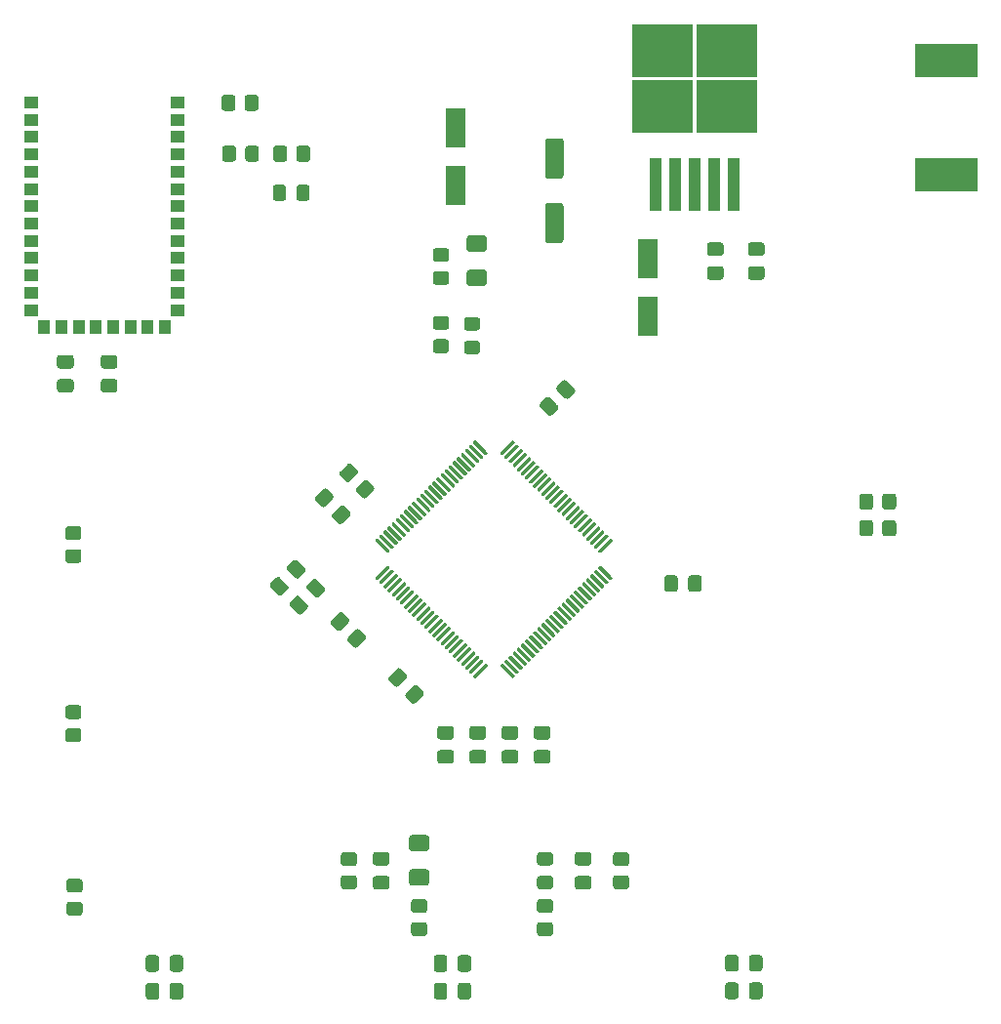
<source format=gbr>
%TF.GenerationSoftware,KiCad,Pcbnew,(5.1.10)-1*%
%TF.CreationDate,2021-10-14T00:36:54-03:00*%
%TF.ProjectId,3ARA_PCB,33415241-5f50-4434-922e-6b696361645f,rev?*%
%TF.SameCoordinates,Original*%
%TF.FileFunction,Paste,Top*%
%TF.FilePolarity,Positive*%
%FSLAX46Y46*%
G04 Gerber Fmt 4.6, Leading zero omitted, Abs format (unit mm)*
G04 Created by KiCad (PCBNEW (5.1.10)-1) date 2021-10-14 00:36:54*
%MOMM*%
%LPD*%
G01*
G04 APERTURE LIST*
%ADD10R,1.800000X3.500000*%
%ADD11R,5.400000X2.900000*%
%ADD12R,1.000000X1.300000*%
%ADD13R,1.300000X1.000000*%
%ADD14R,1.100000X4.600000*%
%ADD15R,5.250000X4.550000*%
G04 APERTURE END LIST*
%TO.C,D1*%
G36*
G01*
X146625000Y-122825000D02*
X145375000Y-122825000D01*
G75*
G02*
X145125000Y-122575000I0J250000D01*
G01*
X145125000Y-121650000D01*
G75*
G02*
X145375000Y-121400000I250000J0D01*
G01*
X146625000Y-121400000D01*
G75*
G02*
X146875000Y-121650000I0J-250000D01*
G01*
X146875000Y-122575000D01*
G75*
G02*
X146625000Y-122825000I-250000J0D01*
G01*
G37*
G36*
G01*
X146625000Y-125800000D02*
X145375000Y-125800000D01*
G75*
G02*
X145125000Y-125550000I0J250000D01*
G01*
X145125000Y-124625000D01*
G75*
G02*
X145375000Y-124375000I250000J0D01*
G01*
X146625000Y-124375000D01*
G75*
G02*
X146875000Y-124625000I0J-250000D01*
G01*
X146875000Y-125550000D01*
G75*
G02*
X146625000Y-125800000I-250000J0D01*
G01*
G37*
%TD*%
%TO.C,D6*%
G36*
G01*
X151625000Y-70825000D02*
X150375000Y-70825000D01*
G75*
G02*
X150125000Y-70575000I0J250000D01*
G01*
X150125000Y-69650000D01*
G75*
G02*
X150375000Y-69400000I250000J0D01*
G01*
X151625000Y-69400000D01*
G75*
G02*
X151875000Y-69650000I0J-250000D01*
G01*
X151875000Y-70575000D01*
G75*
G02*
X151625000Y-70825000I-250000J0D01*
G01*
G37*
G36*
G01*
X151625000Y-73800000D02*
X150375000Y-73800000D01*
G75*
G02*
X150125000Y-73550000I0J250000D01*
G01*
X150125000Y-72625000D01*
G75*
G02*
X150375000Y-72375000I250000J0D01*
G01*
X151625000Y-72375000D01*
G75*
G02*
X151875000Y-72625000I0J-250000D01*
G01*
X151875000Y-73550000D01*
G75*
G02*
X151625000Y-73800000I-250000J0D01*
G01*
G37*
%TD*%
%TO.C,R15*%
G36*
G01*
X140564644Y-91301042D02*
X141201042Y-90664644D01*
G75*
G02*
X141554594Y-90664644I176776J-176776D01*
G01*
X142049570Y-91159620D01*
G75*
G02*
X142049570Y-91513172I-176776J-176776D01*
G01*
X141413172Y-92149570D01*
G75*
G02*
X141059620Y-92149570I-176776J176776D01*
G01*
X140564644Y-91654594D01*
G75*
G02*
X140564644Y-91301042I176776J176776D01*
G01*
G37*
G36*
G01*
X139150430Y-89886828D02*
X139786828Y-89250430D01*
G75*
G02*
X140140380Y-89250430I176776J-176776D01*
G01*
X140635356Y-89745406D01*
G75*
G02*
X140635356Y-90098958I-176776J-176776D01*
G01*
X139998958Y-90735356D01*
G75*
G02*
X139645406Y-90735356I-176776J176776D01*
G01*
X139150430Y-90240380D01*
G75*
G02*
X139150430Y-89886828I176776J176776D01*
G01*
G37*
%TD*%
%TO.C,C27*%
G36*
G01*
X173725000Y-132050000D02*
X173725000Y-133000000D01*
G75*
G02*
X173475000Y-133250000I-250000J0D01*
G01*
X172800000Y-133250000D01*
G75*
G02*
X172550000Y-133000000I0J250000D01*
G01*
X172550000Y-132050000D01*
G75*
G02*
X172800000Y-131800000I250000J0D01*
G01*
X173475000Y-131800000D01*
G75*
G02*
X173725000Y-132050000I0J-250000D01*
G01*
G37*
G36*
G01*
X175800000Y-132050000D02*
X175800000Y-133000000D01*
G75*
G02*
X175550000Y-133250000I-250000J0D01*
G01*
X174875000Y-133250000D01*
G75*
G02*
X174625000Y-133000000I0J250000D01*
G01*
X174625000Y-132050000D01*
G75*
G02*
X174875000Y-131800000I250000J0D01*
G01*
X175550000Y-131800000D01*
G75*
G02*
X175800000Y-132050000I0J-250000D01*
G01*
G37*
%TD*%
%TO.C,C26*%
G36*
G01*
X173725000Y-134450000D02*
X173725000Y-135400000D01*
G75*
G02*
X173475000Y-135650000I-250000J0D01*
G01*
X172800000Y-135650000D01*
G75*
G02*
X172550000Y-135400000I0J250000D01*
G01*
X172550000Y-134450000D01*
G75*
G02*
X172800000Y-134200000I250000J0D01*
G01*
X173475000Y-134200000D01*
G75*
G02*
X173725000Y-134450000I0J-250000D01*
G01*
G37*
G36*
G01*
X175800000Y-134450000D02*
X175800000Y-135400000D01*
G75*
G02*
X175550000Y-135650000I-250000J0D01*
G01*
X174875000Y-135650000D01*
G75*
G02*
X174625000Y-135400000I0J250000D01*
G01*
X174625000Y-134450000D01*
G75*
G02*
X174875000Y-134200000I250000J0D01*
G01*
X175550000Y-134200000D01*
G75*
G02*
X175800000Y-134450000I0J-250000D01*
G01*
G37*
%TD*%
%TO.C,C25*%
G36*
G01*
X148450000Y-134475000D02*
X148450000Y-135425000D01*
G75*
G02*
X148200000Y-135675000I-250000J0D01*
G01*
X147525000Y-135675000D01*
G75*
G02*
X147275000Y-135425000I0J250000D01*
G01*
X147275000Y-134475000D01*
G75*
G02*
X147525000Y-134225000I250000J0D01*
G01*
X148200000Y-134225000D01*
G75*
G02*
X148450000Y-134475000I0J-250000D01*
G01*
G37*
G36*
G01*
X150525000Y-134475000D02*
X150525000Y-135425000D01*
G75*
G02*
X150275000Y-135675000I-250000J0D01*
G01*
X149600000Y-135675000D01*
G75*
G02*
X149350000Y-135425000I0J250000D01*
G01*
X149350000Y-134475000D01*
G75*
G02*
X149600000Y-134225000I250000J0D01*
G01*
X150275000Y-134225000D01*
G75*
G02*
X150525000Y-134475000I0J-250000D01*
G01*
G37*
%TD*%
%TO.C,C24*%
G36*
G01*
X148450000Y-132075000D02*
X148450000Y-133025000D01*
G75*
G02*
X148200000Y-133275000I-250000J0D01*
G01*
X147525000Y-133275000D01*
G75*
G02*
X147275000Y-133025000I0J250000D01*
G01*
X147275000Y-132075000D01*
G75*
G02*
X147525000Y-131825000I250000J0D01*
G01*
X148200000Y-131825000D01*
G75*
G02*
X148450000Y-132075000I0J-250000D01*
G01*
G37*
G36*
G01*
X150525000Y-132075000D02*
X150525000Y-133025000D01*
G75*
G02*
X150275000Y-133275000I-250000J0D01*
G01*
X149600000Y-133275000D01*
G75*
G02*
X149350000Y-133025000I0J250000D01*
G01*
X149350000Y-132075000D01*
G75*
G02*
X149600000Y-131825000I250000J0D01*
G01*
X150275000Y-131825000D01*
G75*
G02*
X150525000Y-132075000I0J-250000D01*
G01*
G37*
%TD*%
%TO.C,C23*%
G36*
G01*
X124350000Y-135435000D02*
X124350000Y-134485000D01*
G75*
G02*
X124600000Y-134235000I250000J0D01*
G01*
X125275000Y-134235000D01*
G75*
G02*
X125525000Y-134485000I0J-250000D01*
G01*
X125525000Y-135435000D01*
G75*
G02*
X125275000Y-135685000I-250000J0D01*
G01*
X124600000Y-135685000D01*
G75*
G02*
X124350000Y-135435000I0J250000D01*
G01*
G37*
G36*
G01*
X122275000Y-135435000D02*
X122275000Y-134485000D01*
G75*
G02*
X122525000Y-134235000I250000J0D01*
G01*
X123200000Y-134235000D01*
G75*
G02*
X123450000Y-134485000I0J-250000D01*
G01*
X123450000Y-135435000D01*
G75*
G02*
X123200000Y-135685000I-250000J0D01*
G01*
X122525000Y-135685000D01*
G75*
G02*
X122275000Y-135435000I0J250000D01*
G01*
G37*
%TD*%
%TO.C,C22*%
G36*
G01*
X124350000Y-133025000D02*
X124350000Y-132075000D01*
G75*
G02*
X124600000Y-131825000I250000J0D01*
G01*
X125275000Y-131825000D01*
G75*
G02*
X125525000Y-132075000I0J-250000D01*
G01*
X125525000Y-133025000D01*
G75*
G02*
X125275000Y-133275000I-250000J0D01*
G01*
X124600000Y-133275000D01*
G75*
G02*
X124350000Y-133025000I0J250000D01*
G01*
G37*
G36*
G01*
X122275000Y-133025000D02*
X122275000Y-132075000D01*
G75*
G02*
X122525000Y-131825000I250000J0D01*
G01*
X123200000Y-131825000D01*
G75*
G02*
X123450000Y-132075000I0J-250000D01*
G01*
X123450000Y-133025000D01*
G75*
G02*
X123200000Y-133275000I-250000J0D01*
G01*
X122525000Y-133275000D01*
G75*
G02*
X122275000Y-133025000I0J250000D01*
G01*
G37*
%TD*%
%TO.C,C15*%
G36*
G01*
X119575000Y-80950000D02*
X118625000Y-80950000D01*
G75*
G02*
X118375000Y-80700000I0J250000D01*
G01*
X118375000Y-80025000D01*
G75*
G02*
X118625000Y-79775000I250000J0D01*
G01*
X119575000Y-79775000D01*
G75*
G02*
X119825000Y-80025000I0J-250000D01*
G01*
X119825000Y-80700000D01*
G75*
G02*
X119575000Y-80950000I-250000J0D01*
G01*
G37*
G36*
G01*
X119575000Y-83025000D02*
X118625000Y-83025000D01*
G75*
G02*
X118375000Y-82775000I0J250000D01*
G01*
X118375000Y-82100000D01*
G75*
G02*
X118625000Y-81850000I250000J0D01*
G01*
X119575000Y-81850000D01*
G75*
G02*
X119825000Y-82100000I0J-250000D01*
G01*
X119825000Y-82775000D01*
G75*
G02*
X119575000Y-83025000I-250000J0D01*
G01*
G37*
%TD*%
%TO.C,C14*%
G36*
G01*
X115775000Y-80950000D02*
X114825000Y-80950000D01*
G75*
G02*
X114575000Y-80700000I0J250000D01*
G01*
X114575000Y-80025000D01*
G75*
G02*
X114825000Y-79775000I250000J0D01*
G01*
X115775000Y-79775000D01*
G75*
G02*
X116025000Y-80025000I0J-250000D01*
G01*
X116025000Y-80700000D01*
G75*
G02*
X115775000Y-80950000I-250000J0D01*
G01*
G37*
G36*
G01*
X115775000Y-83025000D02*
X114825000Y-83025000D01*
G75*
G02*
X114575000Y-82775000I0J250000D01*
G01*
X114575000Y-82100000D01*
G75*
G02*
X114825000Y-81850000I250000J0D01*
G01*
X115775000Y-81850000D01*
G75*
G02*
X116025000Y-82100000I0J-250000D01*
G01*
X116025000Y-82775000D01*
G75*
G02*
X115775000Y-83025000I-250000J0D01*
G01*
G37*
%TD*%
D10*
%TO.C,D7*%
X149200000Y-60100000D03*
X149200000Y-65100000D03*
%TD*%
%TO.C,R14*%
G36*
G01*
X148350001Y-71700000D02*
X147449999Y-71700000D01*
G75*
G02*
X147200000Y-71450001I0J249999D01*
G01*
X147200000Y-70749999D01*
G75*
G02*
X147449999Y-70500000I249999J0D01*
G01*
X148350001Y-70500000D01*
G75*
G02*
X148600000Y-70749999I0J-249999D01*
G01*
X148600000Y-71450001D01*
G75*
G02*
X148350001Y-71700000I-249999J0D01*
G01*
G37*
G36*
G01*
X148350001Y-73700000D02*
X147449999Y-73700000D01*
G75*
G02*
X147200000Y-73450001I0J249999D01*
G01*
X147200000Y-72749999D01*
G75*
G02*
X147449999Y-72500000I249999J0D01*
G01*
X148350001Y-72500000D01*
G75*
G02*
X148600000Y-72749999I0J-249999D01*
G01*
X148600000Y-73450001D01*
G75*
G02*
X148350001Y-73700000I-249999J0D01*
G01*
G37*
%TD*%
%TO.C,R1*%
G36*
G01*
X147449999Y-78400000D02*
X148350001Y-78400000D01*
G75*
G02*
X148600000Y-78649999I0J-249999D01*
G01*
X148600000Y-79350001D01*
G75*
G02*
X148350001Y-79600000I-249999J0D01*
G01*
X147449999Y-79600000D01*
G75*
G02*
X147200000Y-79350001I0J249999D01*
G01*
X147200000Y-78649999D01*
G75*
G02*
X147449999Y-78400000I249999J0D01*
G01*
G37*
G36*
G01*
X147449999Y-76400000D02*
X148350001Y-76400000D01*
G75*
G02*
X148600000Y-76649999I0J-249999D01*
G01*
X148600000Y-77350001D01*
G75*
G02*
X148350001Y-77600000I-249999J0D01*
G01*
X147449999Y-77600000D01*
G75*
G02*
X147200000Y-77350001I0J249999D01*
G01*
X147200000Y-76649999D01*
G75*
G02*
X147449999Y-76400000I249999J0D01*
G01*
G37*
%TD*%
%TO.C,D5*%
G36*
G01*
X151050001Y-77650000D02*
X150149999Y-77650000D01*
G75*
G02*
X149900000Y-77400001I0J249999D01*
G01*
X149900000Y-76749999D01*
G75*
G02*
X150149999Y-76500000I249999J0D01*
G01*
X151050001Y-76500000D01*
G75*
G02*
X151300000Y-76749999I0J-249999D01*
G01*
X151300000Y-77400001D01*
G75*
G02*
X151050001Y-77650000I-249999J0D01*
G01*
G37*
G36*
G01*
X151050001Y-79700000D02*
X150149999Y-79700000D01*
G75*
G02*
X149900000Y-79450001I0J249999D01*
G01*
X149900000Y-78799999D01*
G75*
G02*
X150149999Y-78550000I249999J0D01*
G01*
X151050001Y-78550000D01*
G75*
G02*
X151300000Y-78799999I0J-249999D01*
G01*
X151300000Y-79450001D01*
G75*
G02*
X151050001Y-79700000I-249999J0D01*
G01*
G37*
%TD*%
%TO.C,R13*%
G36*
G01*
X185400000Y-92049999D02*
X185400000Y-92950001D01*
G75*
G02*
X185150001Y-93200000I-249999J0D01*
G01*
X184449999Y-93200000D01*
G75*
G02*
X184200000Y-92950001I0J249999D01*
G01*
X184200000Y-92049999D01*
G75*
G02*
X184449999Y-91800000I249999J0D01*
G01*
X185150001Y-91800000D01*
G75*
G02*
X185400000Y-92049999I0J-249999D01*
G01*
G37*
G36*
G01*
X187400000Y-92049999D02*
X187400000Y-92950001D01*
G75*
G02*
X187150001Y-93200000I-249999J0D01*
G01*
X186449999Y-93200000D01*
G75*
G02*
X186200000Y-92950001I0J249999D01*
G01*
X186200000Y-92049999D01*
G75*
G02*
X186449999Y-91800000I249999J0D01*
G01*
X187150001Y-91800000D01*
G75*
G02*
X187400000Y-92049999I0J-249999D01*
G01*
G37*
%TD*%
%TO.C,R12*%
G36*
G01*
X185400000Y-94349999D02*
X185400000Y-95250001D01*
G75*
G02*
X185150001Y-95500000I-249999J0D01*
G01*
X184449999Y-95500000D01*
G75*
G02*
X184200000Y-95250001I0J249999D01*
G01*
X184200000Y-94349999D01*
G75*
G02*
X184449999Y-94100000I249999J0D01*
G01*
X185150001Y-94100000D01*
G75*
G02*
X185400000Y-94349999I0J-249999D01*
G01*
G37*
G36*
G01*
X187400000Y-94349999D02*
X187400000Y-95250001D01*
G75*
G02*
X187150001Y-95500000I-249999J0D01*
G01*
X186449999Y-95500000D01*
G75*
G02*
X186200000Y-95250001I0J249999D01*
G01*
X186200000Y-94349999D01*
G75*
G02*
X186449999Y-94100000I249999J0D01*
G01*
X187150001Y-94100000D01*
G75*
G02*
X187400000Y-94349999I0J-249999D01*
G01*
G37*
%TD*%
D11*
%TO.C,L1*%
X191742000Y-54232000D03*
X191742000Y-64132000D03*
%TD*%
%TO.C,C20*%
G36*
G01*
X157184000Y-66582000D02*
X158284000Y-66582000D01*
G75*
G02*
X158534000Y-66832000I0J-250000D01*
G01*
X158534000Y-69832000D01*
G75*
G02*
X158284000Y-70082000I-250000J0D01*
G01*
X157184000Y-70082000D01*
G75*
G02*
X156934000Y-69832000I0J250000D01*
G01*
X156934000Y-66832000D01*
G75*
G02*
X157184000Y-66582000I250000J0D01*
G01*
G37*
G36*
G01*
X157184000Y-60982000D02*
X158284000Y-60982000D01*
G75*
G02*
X158534000Y-61232000I0J-250000D01*
G01*
X158534000Y-64232000D01*
G75*
G02*
X158284000Y-64482000I-250000J0D01*
G01*
X157184000Y-64482000D01*
G75*
G02*
X156934000Y-64232000I0J250000D01*
G01*
X156934000Y-61232000D01*
G75*
G02*
X157184000Y-60982000I250000J0D01*
G01*
G37*
%TD*%
D10*
%TO.C,D4*%
X165862000Y-76414000D03*
X165862000Y-71414000D03*
%TD*%
%TO.C,C1*%
G36*
G01*
X169350000Y-100075000D02*
X169350000Y-99125000D01*
G75*
G02*
X169600000Y-98875000I250000J0D01*
G01*
X170275000Y-98875000D01*
G75*
G02*
X170525000Y-99125000I0J-250000D01*
G01*
X170525000Y-100075000D01*
G75*
G02*
X170275000Y-100325000I-250000J0D01*
G01*
X169600000Y-100325000D01*
G75*
G02*
X169350000Y-100075000I0J250000D01*
G01*
G37*
G36*
G01*
X167275000Y-100075000D02*
X167275000Y-99125000D01*
G75*
G02*
X167525000Y-98875000I250000J0D01*
G01*
X168200000Y-98875000D01*
G75*
G02*
X168450000Y-99125000I0J-250000D01*
G01*
X168450000Y-100075000D01*
G75*
G02*
X168200000Y-100325000I-250000J0D01*
G01*
X167525000Y-100325000D01*
G75*
G02*
X167275000Y-100075000I0J250000D01*
G01*
G37*
%TD*%
%TO.C,C2*%
G36*
G01*
X150615000Y-111957000D02*
X151565000Y-111957000D01*
G75*
G02*
X151815000Y-112207000I0J-250000D01*
G01*
X151815000Y-112882000D01*
G75*
G02*
X151565000Y-113132000I-250000J0D01*
G01*
X150615000Y-113132000D01*
G75*
G02*
X150365000Y-112882000I0J250000D01*
G01*
X150365000Y-112207000D01*
G75*
G02*
X150615000Y-111957000I250000J0D01*
G01*
G37*
G36*
G01*
X150615000Y-114032000D02*
X151565000Y-114032000D01*
G75*
G02*
X151815000Y-114282000I0J-250000D01*
G01*
X151815000Y-114957000D01*
G75*
G02*
X151565000Y-115207000I-250000J0D01*
G01*
X150615000Y-115207000D01*
G75*
G02*
X150365000Y-114957000I0J250000D01*
G01*
X150365000Y-114282000D01*
G75*
G02*
X150615000Y-114032000I250000J0D01*
G01*
G37*
%TD*%
%TO.C,C4*%
G36*
G01*
X153409000Y-114032000D02*
X154359000Y-114032000D01*
G75*
G02*
X154609000Y-114282000I0J-250000D01*
G01*
X154609000Y-114957000D01*
G75*
G02*
X154359000Y-115207000I-250000J0D01*
G01*
X153409000Y-115207000D01*
G75*
G02*
X153159000Y-114957000I0J250000D01*
G01*
X153159000Y-114282000D01*
G75*
G02*
X153409000Y-114032000I250000J0D01*
G01*
G37*
G36*
G01*
X153409000Y-111957000D02*
X154359000Y-111957000D01*
G75*
G02*
X154609000Y-112207000I0J-250000D01*
G01*
X154609000Y-112882000D01*
G75*
G02*
X154359000Y-113132000I-250000J0D01*
G01*
X153409000Y-113132000D01*
G75*
G02*
X153159000Y-112882000I0J250000D01*
G01*
X153159000Y-112207000D01*
G75*
G02*
X153409000Y-111957000I250000J0D01*
G01*
G37*
%TD*%
%TO.C,C6*%
G36*
G01*
X139867678Y-102975927D02*
X139195927Y-103647678D01*
G75*
G02*
X138842373Y-103647678I-176777J176777D01*
G01*
X138365076Y-103170381D01*
G75*
G02*
X138365076Y-102816827I176777J176777D01*
G01*
X139036827Y-102145076D01*
G75*
G02*
X139390381Y-102145076I176777J-176777D01*
G01*
X139867678Y-102622373D01*
G75*
G02*
X139867678Y-102975927I-176777J-176777D01*
G01*
G37*
G36*
G01*
X141334924Y-104443173D02*
X140663173Y-105114924D01*
G75*
G02*
X140309619Y-105114924I-176777J176777D01*
G01*
X139832322Y-104637627D01*
G75*
G02*
X139832322Y-104284073I176777J176777D01*
G01*
X140504073Y-103612322D01*
G75*
G02*
X140857627Y-103612322I176777J-176777D01*
G01*
X141334924Y-104089619D01*
G75*
G02*
X141334924Y-104443173I-176777J-176777D01*
G01*
G37*
%TD*%
%TO.C,C7*%
G36*
G01*
X144852322Y-109134073D02*
X145524073Y-108462322D01*
G75*
G02*
X145877627Y-108462322I176777J-176777D01*
G01*
X146354924Y-108939619D01*
G75*
G02*
X146354924Y-109293173I-176777J-176777D01*
G01*
X145683173Y-109964924D01*
G75*
G02*
X145329619Y-109964924I-176777J176777D01*
G01*
X144852322Y-109487627D01*
G75*
G02*
X144852322Y-109134073I176777J176777D01*
G01*
G37*
G36*
G01*
X143385076Y-107666827D02*
X144056827Y-106995076D01*
G75*
G02*
X144410381Y-106995076I176777J-176777D01*
G01*
X144887678Y-107472373D01*
G75*
G02*
X144887678Y-107825927I-176777J-176777D01*
G01*
X144215927Y-108497678D01*
G75*
G02*
X143862373Y-108497678I-176777J176777D01*
G01*
X143385076Y-108020381D01*
G75*
G02*
X143385076Y-107666827I176777J176777D01*
G01*
G37*
%TD*%
%TO.C,C8*%
G36*
G01*
X135413173Y-97615076D02*
X136084924Y-98286827D01*
G75*
G02*
X136084924Y-98640381I-176777J-176777D01*
G01*
X135607627Y-99117678D01*
G75*
G02*
X135254073Y-99117678I-176777J176777D01*
G01*
X134582322Y-98445927D01*
G75*
G02*
X134582322Y-98092373I176777J176777D01*
G01*
X135059619Y-97615076D01*
G75*
G02*
X135413173Y-97615076I176777J-176777D01*
G01*
G37*
G36*
G01*
X133945927Y-99082322D02*
X134617678Y-99754073D01*
G75*
G02*
X134617678Y-100107627I-176777J-176777D01*
G01*
X134140381Y-100584924D01*
G75*
G02*
X133786827Y-100584924I-176777J176777D01*
G01*
X133115076Y-99913173D01*
G75*
G02*
X133115076Y-99559619I176777J176777D01*
G01*
X133592373Y-99082322D01*
G75*
G02*
X133945927Y-99082322I176777J-176777D01*
G01*
G37*
%TD*%
%TO.C,C9*%
G36*
G01*
X135645927Y-100712322D02*
X136317678Y-101384073D01*
G75*
G02*
X136317678Y-101737627I-176777J-176777D01*
G01*
X135840381Y-102214924D01*
G75*
G02*
X135486827Y-102214924I-176777J176777D01*
G01*
X134815076Y-101543173D01*
G75*
G02*
X134815076Y-101189619I176777J176777D01*
G01*
X135292373Y-100712322D01*
G75*
G02*
X135645927Y-100712322I176777J-176777D01*
G01*
G37*
G36*
G01*
X137113173Y-99245076D02*
X137784924Y-99916827D01*
G75*
G02*
X137784924Y-100270381I-176777J-176777D01*
G01*
X137307627Y-100747678D01*
G75*
G02*
X136954073Y-100747678I-176777J176777D01*
G01*
X136282322Y-100075927D01*
G75*
G02*
X136282322Y-99722373I176777J176777D01*
G01*
X136759619Y-99245076D01*
G75*
G02*
X137113173Y-99245076I176777J-176777D01*
G01*
G37*
%TD*%
%TO.C,C10*%
G36*
G01*
X147821000Y-111957000D02*
X148771000Y-111957000D01*
G75*
G02*
X149021000Y-112207000I0J-250000D01*
G01*
X149021000Y-112882000D01*
G75*
G02*
X148771000Y-113132000I-250000J0D01*
G01*
X147821000Y-113132000D01*
G75*
G02*
X147571000Y-112882000I0J250000D01*
G01*
X147571000Y-112207000D01*
G75*
G02*
X147821000Y-111957000I250000J0D01*
G01*
G37*
G36*
G01*
X147821000Y-114032000D02*
X148771000Y-114032000D01*
G75*
G02*
X149021000Y-114282000I0J-250000D01*
G01*
X149021000Y-114957000D01*
G75*
G02*
X148771000Y-115207000I-250000J0D01*
G01*
X147821000Y-115207000D01*
G75*
G02*
X147571000Y-114957000I0J250000D01*
G01*
X147571000Y-114282000D01*
G75*
G02*
X147821000Y-114032000I250000J0D01*
G01*
G37*
%TD*%
%TO.C,C11*%
G36*
G01*
X138517678Y-92245927D02*
X137845927Y-92917678D01*
G75*
G02*
X137492373Y-92917678I-176777J176777D01*
G01*
X137015076Y-92440381D01*
G75*
G02*
X137015076Y-92086827I176777J176777D01*
G01*
X137686827Y-91415076D01*
G75*
G02*
X138040381Y-91415076I176777J-176777D01*
G01*
X138517678Y-91892373D01*
G75*
G02*
X138517678Y-92245927I-176777J-176777D01*
G01*
G37*
G36*
G01*
X139984924Y-93713173D02*
X139313173Y-94384924D01*
G75*
G02*
X138959619Y-94384924I-176777J176777D01*
G01*
X138482322Y-93907627D01*
G75*
G02*
X138482322Y-93554073I176777J176777D01*
G01*
X139154073Y-92882322D01*
G75*
G02*
X139507627Y-92882322I176777J-176777D01*
G01*
X139984924Y-93359619D01*
G75*
G02*
X139984924Y-93713173I-176777J-176777D01*
G01*
G37*
%TD*%
%TO.C,C12*%
G36*
G01*
X157153000Y-115207000D02*
X156203000Y-115207000D01*
G75*
G02*
X155953000Y-114957000I0J250000D01*
G01*
X155953000Y-114282000D01*
G75*
G02*
X156203000Y-114032000I250000J0D01*
G01*
X157153000Y-114032000D01*
G75*
G02*
X157403000Y-114282000I0J-250000D01*
G01*
X157403000Y-114957000D01*
G75*
G02*
X157153000Y-115207000I-250000J0D01*
G01*
G37*
G36*
G01*
X157153000Y-113132000D02*
X156203000Y-113132000D01*
G75*
G02*
X155953000Y-112882000I0J250000D01*
G01*
X155953000Y-112207000D01*
G75*
G02*
X156203000Y-111957000I250000J0D01*
G01*
X157153000Y-111957000D01*
G75*
G02*
X157403000Y-112207000I0J-250000D01*
G01*
X157403000Y-112882000D01*
G75*
G02*
X157153000Y-113132000I-250000J0D01*
G01*
G37*
%TD*%
%TO.C,C13*%
G36*
G01*
X157186827Y-84984924D02*
X156515076Y-84313173D01*
G75*
G02*
X156515076Y-83959619I176777J176777D01*
G01*
X156992373Y-83482322D01*
G75*
G02*
X157345927Y-83482322I176777J-176777D01*
G01*
X158017678Y-84154073D01*
G75*
G02*
X158017678Y-84507627I-176777J-176777D01*
G01*
X157540381Y-84984924D01*
G75*
G02*
X157186827Y-84984924I-176777J176777D01*
G01*
G37*
G36*
G01*
X158654073Y-83517678D02*
X157982322Y-82845927D01*
G75*
G02*
X157982322Y-82492373I176777J176777D01*
G01*
X158459619Y-82015076D01*
G75*
G02*
X158813173Y-82015076I176777J-176777D01*
G01*
X159484924Y-82686827D01*
G75*
G02*
X159484924Y-83040381I-176777J-176777D01*
G01*
X159007627Y-83517678D01*
G75*
G02*
X158654073Y-83517678I-176777J176777D01*
G01*
G37*
%TD*%
%TO.C,C16*%
G36*
G01*
X172179000Y-73253000D02*
X171229000Y-73253000D01*
G75*
G02*
X170979000Y-73003000I0J250000D01*
G01*
X170979000Y-72328000D01*
G75*
G02*
X171229000Y-72078000I250000J0D01*
G01*
X172179000Y-72078000D01*
G75*
G02*
X172429000Y-72328000I0J-250000D01*
G01*
X172429000Y-73003000D01*
G75*
G02*
X172179000Y-73253000I-250000J0D01*
G01*
G37*
G36*
G01*
X172179000Y-71178000D02*
X171229000Y-71178000D01*
G75*
G02*
X170979000Y-70928000I0J250000D01*
G01*
X170979000Y-70253000D01*
G75*
G02*
X171229000Y-70003000I250000J0D01*
G01*
X172179000Y-70003000D01*
G75*
G02*
X172429000Y-70253000I0J-250000D01*
G01*
X172429000Y-70928000D01*
G75*
G02*
X172179000Y-71178000I-250000J0D01*
G01*
G37*
%TD*%
%TO.C,C17*%
G36*
G01*
X175735000Y-71178000D02*
X174785000Y-71178000D01*
G75*
G02*
X174535000Y-70928000I0J250000D01*
G01*
X174535000Y-70253000D01*
G75*
G02*
X174785000Y-70003000I250000J0D01*
G01*
X175735000Y-70003000D01*
G75*
G02*
X175985000Y-70253000I0J-250000D01*
G01*
X175985000Y-70928000D01*
G75*
G02*
X175735000Y-71178000I-250000J0D01*
G01*
G37*
G36*
G01*
X175735000Y-73253000D02*
X174785000Y-73253000D01*
G75*
G02*
X174535000Y-73003000I0J250000D01*
G01*
X174535000Y-72328000D01*
G75*
G02*
X174785000Y-72078000I250000J0D01*
G01*
X175735000Y-72078000D01*
G75*
G02*
X175985000Y-72328000I0J-250000D01*
G01*
X175985000Y-73003000D01*
G75*
G02*
X175735000Y-73253000I-250000J0D01*
G01*
G37*
%TD*%
%TO.C,C18*%
G36*
G01*
X143183000Y-126129000D02*
X142233000Y-126129000D01*
G75*
G02*
X141983000Y-125879000I0J250000D01*
G01*
X141983000Y-125204000D01*
G75*
G02*
X142233000Y-124954000I250000J0D01*
G01*
X143183000Y-124954000D01*
G75*
G02*
X143433000Y-125204000I0J-250000D01*
G01*
X143433000Y-125879000D01*
G75*
G02*
X143183000Y-126129000I-250000J0D01*
G01*
G37*
G36*
G01*
X143183000Y-124054000D02*
X142233000Y-124054000D01*
G75*
G02*
X141983000Y-123804000I0J250000D01*
G01*
X141983000Y-123129000D01*
G75*
G02*
X142233000Y-122879000I250000J0D01*
G01*
X143183000Y-122879000D01*
G75*
G02*
X143433000Y-123129000I0J-250000D01*
G01*
X143433000Y-123804000D01*
G75*
G02*
X143183000Y-124054000I-250000J0D01*
G01*
G37*
%TD*%
%TO.C,C19*%
G36*
G01*
X160709000Y-126129000D02*
X159759000Y-126129000D01*
G75*
G02*
X159509000Y-125879000I0J250000D01*
G01*
X159509000Y-125204000D01*
G75*
G02*
X159759000Y-124954000I250000J0D01*
G01*
X160709000Y-124954000D01*
G75*
G02*
X160959000Y-125204000I0J-250000D01*
G01*
X160959000Y-125879000D01*
G75*
G02*
X160709000Y-126129000I-250000J0D01*
G01*
G37*
G36*
G01*
X160709000Y-124054000D02*
X159759000Y-124054000D01*
G75*
G02*
X159509000Y-123804000I0J250000D01*
G01*
X159509000Y-123129000D01*
G75*
G02*
X159759000Y-122879000I250000J0D01*
G01*
X160709000Y-122879000D01*
G75*
G02*
X160959000Y-123129000I0J-250000D01*
G01*
X160959000Y-123804000D01*
G75*
G02*
X160709000Y-124054000I-250000J0D01*
G01*
G37*
%TD*%
%TO.C,D2*%
G36*
G01*
X157382001Y-124054000D02*
X156481999Y-124054000D01*
G75*
G02*
X156232000Y-123804001I0J249999D01*
G01*
X156232000Y-123153999D01*
G75*
G02*
X156481999Y-122904000I249999J0D01*
G01*
X157382001Y-122904000D01*
G75*
G02*
X157632000Y-123153999I0J-249999D01*
G01*
X157632000Y-123804001D01*
G75*
G02*
X157382001Y-124054000I-249999J0D01*
G01*
G37*
G36*
G01*
X157382001Y-126104000D02*
X156481999Y-126104000D01*
G75*
G02*
X156232000Y-125854001I0J249999D01*
G01*
X156232000Y-125203999D01*
G75*
G02*
X156481999Y-124954000I249999J0D01*
G01*
X157382001Y-124954000D01*
G75*
G02*
X157632000Y-125203999I0J-249999D01*
G01*
X157632000Y-125854001D01*
G75*
G02*
X157382001Y-126104000I-249999J0D01*
G01*
G37*
%TD*%
%TO.C,D3*%
G36*
G01*
X133304000Y-66168001D02*
X133304000Y-65267999D01*
G75*
G02*
X133553999Y-65018000I249999J0D01*
G01*
X134204001Y-65018000D01*
G75*
G02*
X134454000Y-65267999I0J-249999D01*
G01*
X134454000Y-66168001D01*
G75*
G02*
X134204001Y-66418000I-249999J0D01*
G01*
X133553999Y-66418000D01*
G75*
G02*
X133304000Y-66168001I0J249999D01*
G01*
G37*
G36*
G01*
X135354000Y-66168001D02*
X135354000Y-65267999D01*
G75*
G02*
X135603999Y-65018000I249999J0D01*
G01*
X136254001Y-65018000D01*
G75*
G02*
X136504000Y-65267999I0J-249999D01*
G01*
X136504000Y-66168001D01*
G75*
G02*
X136254001Y-66418000I-249999J0D01*
G01*
X135603999Y-66418000D01*
G75*
G02*
X135354000Y-66168001I0J249999D01*
G01*
G37*
%TD*%
%TO.C,R2*%
G36*
G01*
X139463999Y-124904000D02*
X140364001Y-124904000D01*
G75*
G02*
X140614000Y-125153999I0J-249999D01*
G01*
X140614000Y-125854001D01*
G75*
G02*
X140364001Y-126104000I-249999J0D01*
G01*
X139463999Y-126104000D01*
G75*
G02*
X139214000Y-125854001I0J249999D01*
G01*
X139214000Y-125153999D01*
G75*
G02*
X139463999Y-124904000I249999J0D01*
G01*
G37*
G36*
G01*
X139463999Y-122904000D02*
X140364001Y-122904000D01*
G75*
G02*
X140614000Y-123153999I0J-249999D01*
G01*
X140614000Y-123854001D01*
G75*
G02*
X140364001Y-124104000I-249999J0D01*
G01*
X139463999Y-124104000D01*
G75*
G02*
X139214000Y-123854001I0J249999D01*
G01*
X139214000Y-123153999D01*
G75*
G02*
X139463999Y-122904000I249999J0D01*
G01*
G37*
%TD*%
%TO.C,R3*%
G36*
G01*
X163085999Y-124904000D02*
X163986001Y-124904000D01*
G75*
G02*
X164236000Y-125153999I0J-249999D01*
G01*
X164236000Y-125854001D01*
G75*
G02*
X163986001Y-126104000I-249999J0D01*
G01*
X163085999Y-126104000D01*
G75*
G02*
X162836000Y-125854001I0J249999D01*
G01*
X162836000Y-125153999D01*
G75*
G02*
X163085999Y-124904000I249999J0D01*
G01*
G37*
G36*
G01*
X163085999Y-122904000D02*
X163986001Y-122904000D01*
G75*
G02*
X164236000Y-123153999I0J-249999D01*
G01*
X164236000Y-123854001D01*
G75*
G02*
X163986001Y-124104000I-249999J0D01*
G01*
X163085999Y-124104000D01*
G75*
G02*
X162836000Y-123854001I0J249999D01*
G01*
X162836000Y-123153999D01*
G75*
G02*
X163085999Y-122904000I249999J0D01*
G01*
G37*
%TD*%
%TO.C,R4*%
G36*
G01*
X146460001Y-128168000D02*
X145559999Y-128168000D01*
G75*
G02*
X145310000Y-127918001I0J249999D01*
G01*
X145310000Y-127217999D01*
G75*
G02*
X145559999Y-126968000I249999J0D01*
G01*
X146460001Y-126968000D01*
G75*
G02*
X146710000Y-127217999I0J-249999D01*
G01*
X146710000Y-127918001D01*
G75*
G02*
X146460001Y-128168000I-249999J0D01*
G01*
G37*
G36*
G01*
X146460001Y-130168000D02*
X145559999Y-130168000D01*
G75*
G02*
X145310000Y-129918001I0J249999D01*
G01*
X145310000Y-129217999D01*
G75*
G02*
X145559999Y-128968000I249999J0D01*
G01*
X146460001Y-128968000D01*
G75*
G02*
X146710000Y-129217999I0J-249999D01*
G01*
X146710000Y-129918001D01*
G75*
G02*
X146460001Y-130168000I-249999J0D01*
G01*
G37*
%TD*%
%TO.C,R5*%
G36*
G01*
X157382001Y-130168000D02*
X156481999Y-130168000D01*
G75*
G02*
X156232000Y-129918001I0J249999D01*
G01*
X156232000Y-129217999D01*
G75*
G02*
X156481999Y-128968000I249999J0D01*
G01*
X157382001Y-128968000D01*
G75*
G02*
X157632000Y-129217999I0J-249999D01*
G01*
X157632000Y-129918001D01*
G75*
G02*
X157382001Y-130168000I-249999J0D01*
G01*
G37*
G36*
G01*
X157382001Y-128168000D02*
X156481999Y-128168000D01*
G75*
G02*
X156232000Y-127918001I0J249999D01*
G01*
X156232000Y-127217999D01*
G75*
G02*
X156481999Y-126968000I249999J0D01*
G01*
X157382001Y-126968000D01*
G75*
G02*
X157632000Y-127217999I0J-249999D01*
G01*
X157632000Y-127918001D01*
G75*
G02*
X157382001Y-128168000I-249999J0D01*
G01*
G37*
%TD*%
%TO.C,R6*%
G36*
G01*
X128904000Y-62768001D02*
X128904000Y-61867999D01*
G75*
G02*
X129153999Y-61618000I249999J0D01*
G01*
X129854001Y-61618000D01*
G75*
G02*
X130104000Y-61867999I0J-249999D01*
G01*
X130104000Y-62768001D01*
G75*
G02*
X129854001Y-63018000I-249999J0D01*
G01*
X129153999Y-63018000D01*
G75*
G02*
X128904000Y-62768001I0J249999D01*
G01*
G37*
G36*
G01*
X130904000Y-62768001D02*
X130904000Y-61867999D01*
G75*
G02*
X131153999Y-61618000I249999J0D01*
G01*
X131854001Y-61618000D01*
G75*
G02*
X132104000Y-61867999I0J-249999D01*
G01*
X132104000Y-62768001D01*
G75*
G02*
X131854001Y-63018000I-249999J0D01*
G01*
X131153999Y-63018000D01*
G75*
G02*
X130904000Y-62768001I0J249999D01*
G01*
G37*
%TD*%
%TO.C,R7*%
G36*
G01*
X128860000Y-58362001D02*
X128860000Y-57461999D01*
G75*
G02*
X129109999Y-57212000I249999J0D01*
G01*
X129810001Y-57212000D01*
G75*
G02*
X130060000Y-57461999I0J-249999D01*
G01*
X130060000Y-58362001D01*
G75*
G02*
X129810001Y-58612000I-249999J0D01*
G01*
X129109999Y-58612000D01*
G75*
G02*
X128860000Y-58362001I0J249999D01*
G01*
G37*
G36*
G01*
X130860000Y-58362001D02*
X130860000Y-57461999D01*
G75*
G02*
X131109999Y-57212000I249999J0D01*
G01*
X131810001Y-57212000D01*
G75*
G02*
X132060000Y-57461999I0J-249999D01*
G01*
X132060000Y-58362001D01*
G75*
G02*
X131810001Y-58612000I-249999J0D01*
G01*
X131109999Y-58612000D01*
G75*
G02*
X130860000Y-58362001I0J249999D01*
G01*
G37*
%TD*%
%TO.C,R8*%
G36*
G01*
X116450001Y-95825000D02*
X115549999Y-95825000D01*
G75*
G02*
X115300000Y-95575001I0J249999D01*
G01*
X115300000Y-94874999D01*
G75*
G02*
X115549999Y-94625000I249999J0D01*
G01*
X116450001Y-94625000D01*
G75*
G02*
X116700000Y-94874999I0J-249999D01*
G01*
X116700000Y-95575001D01*
G75*
G02*
X116450001Y-95825000I-249999J0D01*
G01*
G37*
G36*
G01*
X116450001Y-97825000D02*
X115549999Y-97825000D01*
G75*
G02*
X115300000Y-97575001I0J249999D01*
G01*
X115300000Y-96874999D01*
G75*
G02*
X115549999Y-96625000I249999J0D01*
G01*
X116450001Y-96625000D01*
G75*
G02*
X116700000Y-96874999I0J-249999D01*
G01*
X116700000Y-97575001D01*
G75*
G02*
X116450001Y-97825000I-249999J0D01*
G01*
G37*
%TD*%
%TO.C,R9*%
G36*
G01*
X116450001Y-113350000D02*
X115549999Y-113350000D01*
G75*
G02*
X115300000Y-113100001I0J249999D01*
G01*
X115300000Y-112399999D01*
G75*
G02*
X115549999Y-112150000I249999J0D01*
G01*
X116450001Y-112150000D01*
G75*
G02*
X116700000Y-112399999I0J-249999D01*
G01*
X116700000Y-113100001D01*
G75*
G02*
X116450001Y-113350000I-249999J0D01*
G01*
G37*
G36*
G01*
X116450001Y-111350000D02*
X115549999Y-111350000D01*
G75*
G02*
X115300000Y-111100001I0J249999D01*
G01*
X115300000Y-110399999D01*
G75*
G02*
X115549999Y-110150000I249999J0D01*
G01*
X116450001Y-110150000D01*
G75*
G02*
X116700000Y-110399999I0J-249999D01*
G01*
X116700000Y-111100001D01*
G75*
G02*
X116450001Y-111350000I-249999J0D01*
G01*
G37*
%TD*%
%TO.C,R10*%
G36*
G01*
X116550001Y-126400000D02*
X115649999Y-126400000D01*
G75*
G02*
X115400000Y-126150001I0J249999D01*
G01*
X115400000Y-125449999D01*
G75*
G02*
X115649999Y-125200000I249999J0D01*
G01*
X116550001Y-125200000D01*
G75*
G02*
X116800000Y-125449999I0J-249999D01*
G01*
X116800000Y-126150001D01*
G75*
G02*
X116550001Y-126400000I-249999J0D01*
G01*
G37*
G36*
G01*
X116550001Y-128400000D02*
X115649999Y-128400000D01*
G75*
G02*
X115400000Y-128150001I0J249999D01*
G01*
X115400000Y-127449999D01*
G75*
G02*
X115649999Y-127200000I249999J0D01*
G01*
X116550001Y-127200000D01*
G75*
G02*
X116800000Y-127449999I0J-249999D01*
G01*
X116800000Y-128150001D01*
G75*
G02*
X116550001Y-128400000I-249999J0D01*
G01*
G37*
%TD*%
%TO.C,R11*%
G36*
G01*
X133344000Y-62768001D02*
X133344000Y-61867999D01*
G75*
G02*
X133593999Y-61618000I249999J0D01*
G01*
X134294001Y-61618000D01*
G75*
G02*
X134544000Y-61867999I0J-249999D01*
G01*
X134544000Y-62768001D01*
G75*
G02*
X134294001Y-63018000I-249999J0D01*
G01*
X133593999Y-63018000D01*
G75*
G02*
X133344000Y-62768001I0J249999D01*
G01*
G37*
G36*
G01*
X135344000Y-62768001D02*
X135344000Y-61867999D01*
G75*
G02*
X135593999Y-61618000I249999J0D01*
G01*
X136294001Y-61618000D01*
G75*
G02*
X136544000Y-61867999I0J-249999D01*
G01*
X136544000Y-62768001D01*
G75*
G02*
X136294001Y-63018000I-249999J0D01*
G01*
X135593999Y-63018000D01*
G75*
G02*
X135344000Y-62768001I0J249999D01*
G01*
G37*
%TD*%
%TO.C,U1*%
G36*
G01*
X142317663Y-99303122D02*
X142211597Y-99197056D01*
G75*
G02*
X142211597Y-99090990I53033J53033D01*
G01*
X143236901Y-98065686D01*
G75*
G02*
X143342967Y-98065686I53033J-53033D01*
G01*
X143449033Y-98171752D01*
G75*
G02*
X143449033Y-98277818I-53033J-53033D01*
G01*
X142423729Y-99303122D01*
G75*
G02*
X142317663Y-99303122I-53033J53033D01*
G01*
G37*
G36*
G01*
X142671216Y-99656675D02*
X142565150Y-99550609D01*
G75*
G02*
X142565150Y-99444543I53033J53033D01*
G01*
X143590454Y-98419239D01*
G75*
G02*
X143696520Y-98419239I53033J-53033D01*
G01*
X143802586Y-98525305D01*
G75*
G02*
X143802586Y-98631371I-53033J-53033D01*
G01*
X142777282Y-99656675D01*
G75*
G02*
X142671216Y-99656675I-53033J53033D01*
G01*
G37*
G36*
G01*
X143024770Y-100010229D02*
X142918704Y-99904163D01*
G75*
G02*
X142918704Y-99798097I53033J53033D01*
G01*
X143944008Y-98772793D01*
G75*
G02*
X144050074Y-98772793I53033J-53033D01*
G01*
X144156140Y-98878859D01*
G75*
G02*
X144156140Y-98984925I-53033J-53033D01*
G01*
X143130836Y-100010229D01*
G75*
G02*
X143024770Y-100010229I-53033J53033D01*
G01*
G37*
G36*
G01*
X143378323Y-100363782D02*
X143272257Y-100257716D01*
G75*
G02*
X143272257Y-100151650I53033J53033D01*
G01*
X144297561Y-99126346D01*
G75*
G02*
X144403627Y-99126346I53033J-53033D01*
G01*
X144509693Y-99232412D01*
G75*
G02*
X144509693Y-99338478I-53033J-53033D01*
G01*
X143484389Y-100363782D01*
G75*
G02*
X143378323Y-100363782I-53033J53033D01*
G01*
G37*
G36*
G01*
X143731876Y-100717335D02*
X143625810Y-100611269D01*
G75*
G02*
X143625810Y-100505203I53033J53033D01*
G01*
X144651114Y-99479899D01*
G75*
G02*
X144757180Y-99479899I53033J-53033D01*
G01*
X144863246Y-99585965D01*
G75*
G02*
X144863246Y-99692031I-53033J-53033D01*
G01*
X143837942Y-100717335D01*
G75*
G02*
X143731876Y-100717335I-53033J53033D01*
G01*
G37*
G36*
G01*
X144085430Y-101070889D02*
X143979364Y-100964823D01*
G75*
G02*
X143979364Y-100858757I53033J53033D01*
G01*
X145004668Y-99833453D01*
G75*
G02*
X145110734Y-99833453I53033J-53033D01*
G01*
X145216800Y-99939519D01*
G75*
G02*
X145216800Y-100045585I-53033J-53033D01*
G01*
X144191496Y-101070889D01*
G75*
G02*
X144085430Y-101070889I-53033J53033D01*
G01*
G37*
G36*
G01*
X144438983Y-101424442D02*
X144332917Y-101318376D01*
G75*
G02*
X144332917Y-101212310I53033J53033D01*
G01*
X145358221Y-100187006D01*
G75*
G02*
X145464287Y-100187006I53033J-53033D01*
G01*
X145570353Y-100293072D01*
G75*
G02*
X145570353Y-100399138I-53033J-53033D01*
G01*
X144545049Y-101424442D01*
G75*
G02*
X144438983Y-101424442I-53033J53033D01*
G01*
G37*
G36*
G01*
X144792537Y-101777996D02*
X144686471Y-101671930D01*
G75*
G02*
X144686471Y-101565864I53033J53033D01*
G01*
X145711775Y-100540560D01*
G75*
G02*
X145817841Y-100540560I53033J-53033D01*
G01*
X145923907Y-100646626D01*
G75*
G02*
X145923907Y-100752692I-53033J-53033D01*
G01*
X144898603Y-101777996D01*
G75*
G02*
X144792537Y-101777996I-53033J53033D01*
G01*
G37*
G36*
G01*
X145146090Y-102131549D02*
X145040024Y-102025483D01*
G75*
G02*
X145040024Y-101919417I53033J53033D01*
G01*
X146065328Y-100894113D01*
G75*
G02*
X146171394Y-100894113I53033J-53033D01*
G01*
X146277460Y-101000179D01*
G75*
G02*
X146277460Y-101106245I-53033J-53033D01*
G01*
X145252156Y-102131549D01*
G75*
G02*
X145146090Y-102131549I-53033J53033D01*
G01*
G37*
G36*
G01*
X145499643Y-102485102D02*
X145393577Y-102379036D01*
G75*
G02*
X145393577Y-102272970I53033J53033D01*
G01*
X146418881Y-101247666D01*
G75*
G02*
X146524947Y-101247666I53033J-53033D01*
G01*
X146631013Y-101353732D01*
G75*
G02*
X146631013Y-101459798I-53033J-53033D01*
G01*
X145605709Y-102485102D01*
G75*
G02*
X145499643Y-102485102I-53033J53033D01*
G01*
G37*
G36*
G01*
X145853197Y-102838656D02*
X145747131Y-102732590D01*
G75*
G02*
X145747131Y-102626524I53033J53033D01*
G01*
X146772435Y-101601220D01*
G75*
G02*
X146878501Y-101601220I53033J-53033D01*
G01*
X146984567Y-101707286D01*
G75*
G02*
X146984567Y-101813352I-53033J-53033D01*
G01*
X145959263Y-102838656D01*
G75*
G02*
X145853197Y-102838656I-53033J53033D01*
G01*
G37*
G36*
G01*
X146206750Y-103192209D02*
X146100684Y-103086143D01*
G75*
G02*
X146100684Y-102980077I53033J53033D01*
G01*
X147125988Y-101954773D01*
G75*
G02*
X147232054Y-101954773I53033J-53033D01*
G01*
X147338120Y-102060839D01*
G75*
G02*
X147338120Y-102166905I-53033J-53033D01*
G01*
X146312816Y-103192209D01*
G75*
G02*
X146206750Y-103192209I-53033J53033D01*
G01*
G37*
G36*
G01*
X146560303Y-103545763D02*
X146454237Y-103439697D01*
G75*
G02*
X146454237Y-103333631I53033J53033D01*
G01*
X147479541Y-102308327D01*
G75*
G02*
X147585607Y-102308327I53033J-53033D01*
G01*
X147691673Y-102414393D01*
G75*
G02*
X147691673Y-102520459I-53033J-53033D01*
G01*
X146666369Y-103545763D01*
G75*
G02*
X146560303Y-103545763I-53033J53033D01*
G01*
G37*
G36*
G01*
X146913857Y-103899316D02*
X146807791Y-103793250D01*
G75*
G02*
X146807791Y-103687184I53033J53033D01*
G01*
X147833095Y-102661880D01*
G75*
G02*
X147939161Y-102661880I53033J-53033D01*
G01*
X148045227Y-102767946D01*
G75*
G02*
X148045227Y-102874012I-53033J-53033D01*
G01*
X147019923Y-103899316D01*
G75*
G02*
X146913857Y-103899316I-53033J53033D01*
G01*
G37*
G36*
G01*
X147267410Y-104252869D02*
X147161344Y-104146803D01*
G75*
G02*
X147161344Y-104040737I53033J53033D01*
G01*
X148186648Y-103015433D01*
G75*
G02*
X148292714Y-103015433I53033J-53033D01*
G01*
X148398780Y-103121499D01*
G75*
G02*
X148398780Y-103227565I-53033J-53033D01*
G01*
X147373476Y-104252869D01*
G75*
G02*
X147267410Y-104252869I-53033J53033D01*
G01*
G37*
G36*
G01*
X147620964Y-104606423D02*
X147514898Y-104500357D01*
G75*
G02*
X147514898Y-104394291I53033J53033D01*
G01*
X148540202Y-103368987D01*
G75*
G02*
X148646268Y-103368987I53033J-53033D01*
G01*
X148752334Y-103475053D01*
G75*
G02*
X148752334Y-103581119I-53033J-53033D01*
G01*
X147727030Y-104606423D01*
G75*
G02*
X147620964Y-104606423I-53033J53033D01*
G01*
G37*
G36*
G01*
X147974517Y-104959976D02*
X147868451Y-104853910D01*
G75*
G02*
X147868451Y-104747844I53033J53033D01*
G01*
X148893755Y-103722540D01*
G75*
G02*
X148999821Y-103722540I53033J-53033D01*
G01*
X149105887Y-103828606D01*
G75*
G02*
X149105887Y-103934672I-53033J-53033D01*
G01*
X148080583Y-104959976D01*
G75*
G02*
X147974517Y-104959976I-53033J53033D01*
G01*
G37*
G36*
G01*
X148328070Y-105313529D02*
X148222004Y-105207463D01*
G75*
G02*
X148222004Y-105101397I53033J53033D01*
G01*
X149247308Y-104076093D01*
G75*
G02*
X149353374Y-104076093I53033J-53033D01*
G01*
X149459440Y-104182159D01*
G75*
G02*
X149459440Y-104288225I-53033J-53033D01*
G01*
X148434136Y-105313529D01*
G75*
G02*
X148328070Y-105313529I-53033J53033D01*
G01*
G37*
G36*
G01*
X148681624Y-105667083D02*
X148575558Y-105561017D01*
G75*
G02*
X148575558Y-105454951I53033J53033D01*
G01*
X149600862Y-104429647D01*
G75*
G02*
X149706928Y-104429647I53033J-53033D01*
G01*
X149812994Y-104535713D01*
G75*
G02*
X149812994Y-104641779I-53033J-53033D01*
G01*
X148787690Y-105667083D01*
G75*
G02*
X148681624Y-105667083I-53033J53033D01*
G01*
G37*
G36*
G01*
X149035177Y-106020636D02*
X148929111Y-105914570D01*
G75*
G02*
X148929111Y-105808504I53033J53033D01*
G01*
X149954415Y-104783200D01*
G75*
G02*
X150060481Y-104783200I53033J-53033D01*
G01*
X150166547Y-104889266D01*
G75*
G02*
X150166547Y-104995332I-53033J-53033D01*
G01*
X149141243Y-106020636D01*
G75*
G02*
X149035177Y-106020636I-53033J53033D01*
G01*
G37*
G36*
G01*
X149388731Y-106374190D02*
X149282665Y-106268124D01*
G75*
G02*
X149282665Y-106162058I53033J53033D01*
G01*
X150307969Y-105136754D01*
G75*
G02*
X150414035Y-105136754I53033J-53033D01*
G01*
X150520101Y-105242820D01*
G75*
G02*
X150520101Y-105348886I-53033J-53033D01*
G01*
X149494797Y-106374190D01*
G75*
G02*
X149388731Y-106374190I-53033J53033D01*
G01*
G37*
G36*
G01*
X149742284Y-106727743D02*
X149636218Y-106621677D01*
G75*
G02*
X149636218Y-106515611I53033J53033D01*
G01*
X150661522Y-105490307D01*
G75*
G02*
X150767588Y-105490307I53033J-53033D01*
G01*
X150873654Y-105596373D01*
G75*
G02*
X150873654Y-105702439I-53033J-53033D01*
G01*
X149848350Y-106727743D01*
G75*
G02*
X149742284Y-106727743I-53033J53033D01*
G01*
G37*
G36*
G01*
X150095837Y-107081296D02*
X149989771Y-106975230D01*
G75*
G02*
X149989771Y-106869164I53033J53033D01*
G01*
X151015075Y-105843860D01*
G75*
G02*
X151121141Y-105843860I53033J-53033D01*
G01*
X151227207Y-105949926D01*
G75*
G02*
X151227207Y-106055992I-53033J-53033D01*
G01*
X150201903Y-107081296D01*
G75*
G02*
X150095837Y-107081296I-53033J53033D01*
G01*
G37*
G36*
G01*
X150449391Y-107434850D02*
X150343325Y-107328784D01*
G75*
G02*
X150343325Y-107222718I53033J53033D01*
G01*
X151368629Y-106197414D01*
G75*
G02*
X151474695Y-106197414I53033J-53033D01*
G01*
X151580761Y-106303480D01*
G75*
G02*
X151580761Y-106409546I-53033J-53033D01*
G01*
X150555457Y-107434850D01*
G75*
G02*
X150449391Y-107434850I-53033J53033D01*
G01*
G37*
G36*
G01*
X150802944Y-107788403D02*
X150696878Y-107682337D01*
G75*
G02*
X150696878Y-107576271I53033J53033D01*
G01*
X151722182Y-106550967D01*
G75*
G02*
X151828248Y-106550967I53033J-53033D01*
G01*
X151934314Y-106657033D01*
G75*
G02*
X151934314Y-106763099I-53033J-53033D01*
G01*
X150909010Y-107788403D01*
G75*
G02*
X150802944Y-107788403I-53033J53033D01*
G01*
G37*
G36*
G01*
X154090990Y-107788403D02*
X153065686Y-106763099D01*
G75*
G02*
X153065686Y-106657033I53033J53033D01*
G01*
X153171752Y-106550967D01*
G75*
G02*
X153277818Y-106550967I53033J-53033D01*
G01*
X154303122Y-107576271D01*
G75*
G02*
X154303122Y-107682337I-53033J-53033D01*
G01*
X154197056Y-107788403D01*
G75*
G02*
X154090990Y-107788403I-53033J53033D01*
G01*
G37*
G36*
G01*
X154444543Y-107434850D02*
X153419239Y-106409546D01*
G75*
G02*
X153419239Y-106303480I53033J53033D01*
G01*
X153525305Y-106197414D01*
G75*
G02*
X153631371Y-106197414I53033J-53033D01*
G01*
X154656675Y-107222718D01*
G75*
G02*
X154656675Y-107328784I-53033J-53033D01*
G01*
X154550609Y-107434850D01*
G75*
G02*
X154444543Y-107434850I-53033J53033D01*
G01*
G37*
G36*
G01*
X154798097Y-107081296D02*
X153772793Y-106055992D01*
G75*
G02*
X153772793Y-105949926I53033J53033D01*
G01*
X153878859Y-105843860D01*
G75*
G02*
X153984925Y-105843860I53033J-53033D01*
G01*
X155010229Y-106869164D01*
G75*
G02*
X155010229Y-106975230I-53033J-53033D01*
G01*
X154904163Y-107081296D01*
G75*
G02*
X154798097Y-107081296I-53033J53033D01*
G01*
G37*
G36*
G01*
X155151650Y-106727743D02*
X154126346Y-105702439D01*
G75*
G02*
X154126346Y-105596373I53033J53033D01*
G01*
X154232412Y-105490307D01*
G75*
G02*
X154338478Y-105490307I53033J-53033D01*
G01*
X155363782Y-106515611D01*
G75*
G02*
X155363782Y-106621677I-53033J-53033D01*
G01*
X155257716Y-106727743D01*
G75*
G02*
X155151650Y-106727743I-53033J53033D01*
G01*
G37*
G36*
G01*
X155505203Y-106374190D02*
X154479899Y-105348886D01*
G75*
G02*
X154479899Y-105242820I53033J53033D01*
G01*
X154585965Y-105136754D01*
G75*
G02*
X154692031Y-105136754I53033J-53033D01*
G01*
X155717335Y-106162058D01*
G75*
G02*
X155717335Y-106268124I-53033J-53033D01*
G01*
X155611269Y-106374190D01*
G75*
G02*
X155505203Y-106374190I-53033J53033D01*
G01*
G37*
G36*
G01*
X155858757Y-106020636D02*
X154833453Y-104995332D01*
G75*
G02*
X154833453Y-104889266I53033J53033D01*
G01*
X154939519Y-104783200D01*
G75*
G02*
X155045585Y-104783200I53033J-53033D01*
G01*
X156070889Y-105808504D01*
G75*
G02*
X156070889Y-105914570I-53033J-53033D01*
G01*
X155964823Y-106020636D01*
G75*
G02*
X155858757Y-106020636I-53033J53033D01*
G01*
G37*
G36*
G01*
X156212310Y-105667083D02*
X155187006Y-104641779D01*
G75*
G02*
X155187006Y-104535713I53033J53033D01*
G01*
X155293072Y-104429647D01*
G75*
G02*
X155399138Y-104429647I53033J-53033D01*
G01*
X156424442Y-105454951D01*
G75*
G02*
X156424442Y-105561017I-53033J-53033D01*
G01*
X156318376Y-105667083D01*
G75*
G02*
X156212310Y-105667083I-53033J53033D01*
G01*
G37*
G36*
G01*
X156565864Y-105313529D02*
X155540560Y-104288225D01*
G75*
G02*
X155540560Y-104182159I53033J53033D01*
G01*
X155646626Y-104076093D01*
G75*
G02*
X155752692Y-104076093I53033J-53033D01*
G01*
X156777996Y-105101397D01*
G75*
G02*
X156777996Y-105207463I-53033J-53033D01*
G01*
X156671930Y-105313529D01*
G75*
G02*
X156565864Y-105313529I-53033J53033D01*
G01*
G37*
G36*
G01*
X156919417Y-104959976D02*
X155894113Y-103934672D01*
G75*
G02*
X155894113Y-103828606I53033J53033D01*
G01*
X156000179Y-103722540D01*
G75*
G02*
X156106245Y-103722540I53033J-53033D01*
G01*
X157131549Y-104747844D01*
G75*
G02*
X157131549Y-104853910I-53033J-53033D01*
G01*
X157025483Y-104959976D01*
G75*
G02*
X156919417Y-104959976I-53033J53033D01*
G01*
G37*
G36*
G01*
X157272970Y-104606423D02*
X156247666Y-103581119D01*
G75*
G02*
X156247666Y-103475053I53033J53033D01*
G01*
X156353732Y-103368987D01*
G75*
G02*
X156459798Y-103368987I53033J-53033D01*
G01*
X157485102Y-104394291D01*
G75*
G02*
X157485102Y-104500357I-53033J-53033D01*
G01*
X157379036Y-104606423D01*
G75*
G02*
X157272970Y-104606423I-53033J53033D01*
G01*
G37*
G36*
G01*
X157626524Y-104252869D02*
X156601220Y-103227565D01*
G75*
G02*
X156601220Y-103121499I53033J53033D01*
G01*
X156707286Y-103015433D01*
G75*
G02*
X156813352Y-103015433I53033J-53033D01*
G01*
X157838656Y-104040737D01*
G75*
G02*
X157838656Y-104146803I-53033J-53033D01*
G01*
X157732590Y-104252869D01*
G75*
G02*
X157626524Y-104252869I-53033J53033D01*
G01*
G37*
G36*
G01*
X157980077Y-103899316D02*
X156954773Y-102874012D01*
G75*
G02*
X156954773Y-102767946I53033J53033D01*
G01*
X157060839Y-102661880D01*
G75*
G02*
X157166905Y-102661880I53033J-53033D01*
G01*
X158192209Y-103687184D01*
G75*
G02*
X158192209Y-103793250I-53033J-53033D01*
G01*
X158086143Y-103899316D01*
G75*
G02*
X157980077Y-103899316I-53033J53033D01*
G01*
G37*
G36*
G01*
X158333631Y-103545763D02*
X157308327Y-102520459D01*
G75*
G02*
X157308327Y-102414393I53033J53033D01*
G01*
X157414393Y-102308327D01*
G75*
G02*
X157520459Y-102308327I53033J-53033D01*
G01*
X158545763Y-103333631D01*
G75*
G02*
X158545763Y-103439697I-53033J-53033D01*
G01*
X158439697Y-103545763D01*
G75*
G02*
X158333631Y-103545763I-53033J53033D01*
G01*
G37*
G36*
G01*
X158687184Y-103192209D02*
X157661880Y-102166905D01*
G75*
G02*
X157661880Y-102060839I53033J53033D01*
G01*
X157767946Y-101954773D01*
G75*
G02*
X157874012Y-101954773I53033J-53033D01*
G01*
X158899316Y-102980077D01*
G75*
G02*
X158899316Y-103086143I-53033J-53033D01*
G01*
X158793250Y-103192209D01*
G75*
G02*
X158687184Y-103192209I-53033J53033D01*
G01*
G37*
G36*
G01*
X159040737Y-102838656D02*
X158015433Y-101813352D01*
G75*
G02*
X158015433Y-101707286I53033J53033D01*
G01*
X158121499Y-101601220D01*
G75*
G02*
X158227565Y-101601220I53033J-53033D01*
G01*
X159252869Y-102626524D01*
G75*
G02*
X159252869Y-102732590I-53033J-53033D01*
G01*
X159146803Y-102838656D01*
G75*
G02*
X159040737Y-102838656I-53033J53033D01*
G01*
G37*
G36*
G01*
X159394291Y-102485102D02*
X158368987Y-101459798D01*
G75*
G02*
X158368987Y-101353732I53033J53033D01*
G01*
X158475053Y-101247666D01*
G75*
G02*
X158581119Y-101247666I53033J-53033D01*
G01*
X159606423Y-102272970D01*
G75*
G02*
X159606423Y-102379036I-53033J-53033D01*
G01*
X159500357Y-102485102D01*
G75*
G02*
X159394291Y-102485102I-53033J53033D01*
G01*
G37*
G36*
G01*
X159747844Y-102131549D02*
X158722540Y-101106245D01*
G75*
G02*
X158722540Y-101000179I53033J53033D01*
G01*
X158828606Y-100894113D01*
G75*
G02*
X158934672Y-100894113I53033J-53033D01*
G01*
X159959976Y-101919417D01*
G75*
G02*
X159959976Y-102025483I-53033J-53033D01*
G01*
X159853910Y-102131549D01*
G75*
G02*
X159747844Y-102131549I-53033J53033D01*
G01*
G37*
G36*
G01*
X160101397Y-101777996D02*
X159076093Y-100752692D01*
G75*
G02*
X159076093Y-100646626I53033J53033D01*
G01*
X159182159Y-100540560D01*
G75*
G02*
X159288225Y-100540560I53033J-53033D01*
G01*
X160313529Y-101565864D01*
G75*
G02*
X160313529Y-101671930I-53033J-53033D01*
G01*
X160207463Y-101777996D01*
G75*
G02*
X160101397Y-101777996I-53033J53033D01*
G01*
G37*
G36*
G01*
X160454951Y-101424442D02*
X159429647Y-100399138D01*
G75*
G02*
X159429647Y-100293072I53033J53033D01*
G01*
X159535713Y-100187006D01*
G75*
G02*
X159641779Y-100187006I53033J-53033D01*
G01*
X160667083Y-101212310D01*
G75*
G02*
X160667083Y-101318376I-53033J-53033D01*
G01*
X160561017Y-101424442D01*
G75*
G02*
X160454951Y-101424442I-53033J53033D01*
G01*
G37*
G36*
G01*
X160808504Y-101070889D02*
X159783200Y-100045585D01*
G75*
G02*
X159783200Y-99939519I53033J53033D01*
G01*
X159889266Y-99833453D01*
G75*
G02*
X159995332Y-99833453I53033J-53033D01*
G01*
X161020636Y-100858757D01*
G75*
G02*
X161020636Y-100964823I-53033J-53033D01*
G01*
X160914570Y-101070889D01*
G75*
G02*
X160808504Y-101070889I-53033J53033D01*
G01*
G37*
G36*
G01*
X161162058Y-100717335D02*
X160136754Y-99692031D01*
G75*
G02*
X160136754Y-99585965I53033J53033D01*
G01*
X160242820Y-99479899D01*
G75*
G02*
X160348886Y-99479899I53033J-53033D01*
G01*
X161374190Y-100505203D01*
G75*
G02*
X161374190Y-100611269I-53033J-53033D01*
G01*
X161268124Y-100717335D01*
G75*
G02*
X161162058Y-100717335I-53033J53033D01*
G01*
G37*
G36*
G01*
X161515611Y-100363782D02*
X160490307Y-99338478D01*
G75*
G02*
X160490307Y-99232412I53033J53033D01*
G01*
X160596373Y-99126346D01*
G75*
G02*
X160702439Y-99126346I53033J-53033D01*
G01*
X161727743Y-100151650D01*
G75*
G02*
X161727743Y-100257716I-53033J-53033D01*
G01*
X161621677Y-100363782D01*
G75*
G02*
X161515611Y-100363782I-53033J53033D01*
G01*
G37*
G36*
G01*
X161869164Y-100010229D02*
X160843860Y-98984925D01*
G75*
G02*
X160843860Y-98878859I53033J53033D01*
G01*
X160949926Y-98772793D01*
G75*
G02*
X161055992Y-98772793I53033J-53033D01*
G01*
X162081296Y-99798097D01*
G75*
G02*
X162081296Y-99904163I-53033J-53033D01*
G01*
X161975230Y-100010229D01*
G75*
G02*
X161869164Y-100010229I-53033J53033D01*
G01*
G37*
G36*
G01*
X162222718Y-99656675D02*
X161197414Y-98631371D01*
G75*
G02*
X161197414Y-98525305I53033J53033D01*
G01*
X161303480Y-98419239D01*
G75*
G02*
X161409546Y-98419239I53033J-53033D01*
G01*
X162434850Y-99444543D01*
G75*
G02*
X162434850Y-99550609I-53033J-53033D01*
G01*
X162328784Y-99656675D01*
G75*
G02*
X162222718Y-99656675I-53033J53033D01*
G01*
G37*
G36*
G01*
X162576271Y-99303122D02*
X161550967Y-98277818D01*
G75*
G02*
X161550967Y-98171752I53033J53033D01*
G01*
X161657033Y-98065686D01*
G75*
G02*
X161763099Y-98065686I53033J-53033D01*
G01*
X162788403Y-99090990D01*
G75*
G02*
X162788403Y-99197056I-53033J-53033D01*
G01*
X162682337Y-99303122D01*
G75*
G02*
X162576271Y-99303122I-53033J53033D01*
G01*
G37*
G36*
G01*
X161657033Y-96934314D02*
X161550967Y-96828248D01*
G75*
G02*
X161550967Y-96722182I53033J53033D01*
G01*
X162576271Y-95696878D01*
G75*
G02*
X162682337Y-95696878I53033J-53033D01*
G01*
X162788403Y-95802944D01*
G75*
G02*
X162788403Y-95909010I-53033J-53033D01*
G01*
X161763099Y-96934314D01*
G75*
G02*
X161657033Y-96934314I-53033J53033D01*
G01*
G37*
G36*
G01*
X161303480Y-96580761D02*
X161197414Y-96474695D01*
G75*
G02*
X161197414Y-96368629I53033J53033D01*
G01*
X162222718Y-95343325D01*
G75*
G02*
X162328784Y-95343325I53033J-53033D01*
G01*
X162434850Y-95449391D01*
G75*
G02*
X162434850Y-95555457I-53033J-53033D01*
G01*
X161409546Y-96580761D01*
G75*
G02*
X161303480Y-96580761I-53033J53033D01*
G01*
G37*
G36*
G01*
X160949926Y-96227207D02*
X160843860Y-96121141D01*
G75*
G02*
X160843860Y-96015075I53033J53033D01*
G01*
X161869164Y-94989771D01*
G75*
G02*
X161975230Y-94989771I53033J-53033D01*
G01*
X162081296Y-95095837D01*
G75*
G02*
X162081296Y-95201903I-53033J-53033D01*
G01*
X161055992Y-96227207D01*
G75*
G02*
X160949926Y-96227207I-53033J53033D01*
G01*
G37*
G36*
G01*
X160596373Y-95873654D02*
X160490307Y-95767588D01*
G75*
G02*
X160490307Y-95661522I53033J53033D01*
G01*
X161515611Y-94636218D01*
G75*
G02*
X161621677Y-94636218I53033J-53033D01*
G01*
X161727743Y-94742284D01*
G75*
G02*
X161727743Y-94848350I-53033J-53033D01*
G01*
X160702439Y-95873654D01*
G75*
G02*
X160596373Y-95873654I-53033J53033D01*
G01*
G37*
G36*
G01*
X160242820Y-95520101D02*
X160136754Y-95414035D01*
G75*
G02*
X160136754Y-95307969I53033J53033D01*
G01*
X161162058Y-94282665D01*
G75*
G02*
X161268124Y-94282665I53033J-53033D01*
G01*
X161374190Y-94388731D01*
G75*
G02*
X161374190Y-94494797I-53033J-53033D01*
G01*
X160348886Y-95520101D01*
G75*
G02*
X160242820Y-95520101I-53033J53033D01*
G01*
G37*
G36*
G01*
X159889266Y-95166547D02*
X159783200Y-95060481D01*
G75*
G02*
X159783200Y-94954415I53033J53033D01*
G01*
X160808504Y-93929111D01*
G75*
G02*
X160914570Y-93929111I53033J-53033D01*
G01*
X161020636Y-94035177D01*
G75*
G02*
X161020636Y-94141243I-53033J-53033D01*
G01*
X159995332Y-95166547D01*
G75*
G02*
X159889266Y-95166547I-53033J53033D01*
G01*
G37*
G36*
G01*
X159535713Y-94812994D02*
X159429647Y-94706928D01*
G75*
G02*
X159429647Y-94600862I53033J53033D01*
G01*
X160454951Y-93575558D01*
G75*
G02*
X160561017Y-93575558I53033J-53033D01*
G01*
X160667083Y-93681624D01*
G75*
G02*
X160667083Y-93787690I-53033J-53033D01*
G01*
X159641779Y-94812994D01*
G75*
G02*
X159535713Y-94812994I-53033J53033D01*
G01*
G37*
G36*
G01*
X159182159Y-94459440D02*
X159076093Y-94353374D01*
G75*
G02*
X159076093Y-94247308I53033J53033D01*
G01*
X160101397Y-93222004D01*
G75*
G02*
X160207463Y-93222004I53033J-53033D01*
G01*
X160313529Y-93328070D01*
G75*
G02*
X160313529Y-93434136I-53033J-53033D01*
G01*
X159288225Y-94459440D01*
G75*
G02*
X159182159Y-94459440I-53033J53033D01*
G01*
G37*
G36*
G01*
X158828606Y-94105887D02*
X158722540Y-93999821D01*
G75*
G02*
X158722540Y-93893755I53033J53033D01*
G01*
X159747844Y-92868451D01*
G75*
G02*
X159853910Y-92868451I53033J-53033D01*
G01*
X159959976Y-92974517D01*
G75*
G02*
X159959976Y-93080583I-53033J-53033D01*
G01*
X158934672Y-94105887D01*
G75*
G02*
X158828606Y-94105887I-53033J53033D01*
G01*
G37*
G36*
G01*
X158475053Y-93752334D02*
X158368987Y-93646268D01*
G75*
G02*
X158368987Y-93540202I53033J53033D01*
G01*
X159394291Y-92514898D01*
G75*
G02*
X159500357Y-92514898I53033J-53033D01*
G01*
X159606423Y-92620964D01*
G75*
G02*
X159606423Y-92727030I-53033J-53033D01*
G01*
X158581119Y-93752334D01*
G75*
G02*
X158475053Y-93752334I-53033J53033D01*
G01*
G37*
G36*
G01*
X158121499Y-93398780D02*
X158015433Y-93292714D01*
G75*
G02*
X158015433Y-93186648I53033J53033D01*
G01*
X159040737Y-92161344D01*
G75*
G02*
X159146803Y-92161344I53033J-53033D01*
G01*
X159252869Y-92267410D01*
G75*
G02*
X159252869Y-92373476I-53033J-53033D01*
G01*
X158227565Y-93398780D01*
G75*
G02*
X158121499Y-93398780I-53033J53033D01*
G01*
G37*
G36*
G01*
X157767946Y-93045227D02*
X157661880Y-92939161D01*
G75*
G02*
X157661880Y-92833095I53033J53033D01*
G01*
X158687184Y-91807791D01*
G75*
G02*
X158793250Y-91807791I53033J-53033D01*
G01*
X158899316Y-91913857D01*
G75*
G02*
X158899316Y-92019923I-53033J-53033D01*
G01*
X157874012Y-93045227D01*
G75*
G02*
X157767946Y-93045227I-53033J53033D01*
G01*
G37*
G36*
G01*
X157414393Y-92691673D02*
X157308327Y-92585607D01*
G75*
G02*
X157308327Y-92479541I53033J53033D01*
G01*
X158333631Y-91454237D01*
G75*
G02*
X158439697Y-91454237I53033J-53033D01*
G01*
X158545763Y-91560303D01*
G75*
G02*
X158545763Y-91666369I-53033J-53033D01*
G01*
X157520459Y-92691673D01*
G75*
G02*
X157414393Y-92691673I-53033J53033D01*
G01*
G37*
G36*
G01*
X157060839Y-92338120D02*
X156954773Y-92232054D01*
G75*
G02*
X156954773Y-92125988I53033J53033D01*
G01*
X157980077Y-91100684D01*
G75*
G02*
X158086143Y-91100684I53033J-53033D01*
G01*
X158192209Y-91206750D01*
G75*
G02*
X158192209Y-91312816I-53033J-53033D01*
G01*
X157166905Y-92338120D01*
G75*
G02*
X157060839Y-92338120I-53033J53033D01*
G01*
G37*
G36*
G01*
X156707286Y-91984567D02*
X156601220Y-91878501D01*
G75*
G02*
X156601220Y-91772435I53033J53033D01*
G01*
X157626524Y-90747131D01*
G75*
G02*
X157732590Y-90747131I53033J-53033D01*
G01*
X157838656Y-90853197D01*
G75*
G02*
X157838656Y-90959263I-53033J-53033D01*
G01*
X156813352Y-91984567D01*
G75*
G02*
X156707286Y-91984567I-53033J53033D01*
G01*
G37*
G36*
G01*
X156353732Y-91631013D02*
X156247666Y-91524947D01*
G75*
G02*
X156247666Y-91418881I53033J53033D01*
G01*
X157272970Y-90393577D01*
G75*
G02*
X157379036Y-90393577I53033J-53033D01*
G01*
X157485102Y-90499643D01*
G75*
G02*
X157485102Y-90605709I-53033J-53033D01*
G01*
X156459798Y-91631013D01*
G75*
G02*
X156353732Y-91631013I-53033J53033D01*
G01*
G37*
G36*
G01*
X156000179Y-91277460D02*
X155894113Y-91171394D01*
G75*
G02*
X155894113Y-91065328I53033J53033D01*
G01*
X156919417Y-90040024D01*
G75*
G02*
X157025483Y-90040024I53033J-53033D01*
G01*
X157131549Y-90146090D01*
G75*
G02*
X157131549Y-90252156I-53033J-53033D01*
G01*
X156106245Y-91277460D01*
G75*
G02*
X156000179Y-91277460I-53033J53033D01*
G01*
G37*
G36*
G01*
X155646626Y-90923907D02*
X155540560Y-90817841D01*
G75*
G02*
X155540560Y-90711775I53033J53033D01*
G01*
X156565864Y-89686471D01*
G75*
G02*
X156671930Y-89686471I53033J-53033D01*
G01*
X156777996Y-89792537D01*
G75*
G02*
X156777996Y-89898603I-53033J-53033D01*
G01*
X155752692Y-90923907D01*
G75*
G02*
X155646626Y-90923907I-53033J53033D01*
G01*
G37*
G36*
G01*
X155293072Y-90570353D02*
X155187006Y-90464287D01*
G75*
G02*
X155187006Y-90358221I53033J53033D01*
G01*
X156212310Y-89332917D01*
G75*
G02*
X156318376Y-89332917I53033J-53033D01*
G01*
X156424442Y-89438983D01*
G75*
G02*
X156424442Y-89545049I-53033J-53033D01*
G01*
X155399138Y-90570353D01*
G75*
G02*
X155293072Y-90570353I-53033J53033D01*
G01*
G37*
G36*
G01*
X154939519Y-90216800D02*
X154833453Y-90110734D01*
G75*
G02*
X154833453Y-90004668I53033J53033D01*
G01*
X155858757Y-88979364D01*
G75*
G02*
X155964823Y-88979364I53033J-53033D01*
G01*
X156070889Y-89085430D01*
G75*
G02*
X156070889Y-89191496I-53033J-53033D01*
G01*
X155045585Y-90216800D01*
G75*
G02*
X154939519Y-90216800I-53033J53033D01*
G01*
G37*
G36*
G01*
X154585965Y-89863246D02*
X154479899Y-89757180D01*
G75*
G02*
X154479899Y-89651114I53033J53033D01*
G01*
X155505203Y-88625810D01*
G75*
G02*
X155611269Y-88625810I53033J-53033D01*
G01*
X155717335Y-88731876D01*
G75*
G02*
X155717335Y-88837942I-53033J-53033D01*
G01*
X154692031Y-89863246D01*
G75*
G02*
X154585965Y-89863246I-53033J53033D01*
G01*
G37*
G36*
G01*
X154232412Y-89509693D02*
X154126346Y-89403627D01*
G75*
G02*
X154126346Y-89297561I53033J53033D01*
G01*
X155151650Y-88272257D01*
G75*
G02*
X155257716Y-88272257I53033J-53033D01*
G01*
X155363782Y-88378323D01*
G75*
G02*
X155363782Y-88484389I-53033J-53033D01*
G01*
X154338478Y-89509693D01*
G75*
G02*
X154232412Y-89509693I-53033J53033D01*
G01*
G37*
G36*
G01*
X153878859Y-89156140D02*
X153772793Y-89050074D01*
G75*
G02*
X153772793Y-88944008I53033J53033D01*
G01*
X154798097Y-87918704D01*
G75*
G02*
X154904163Y-87918704I53033J-53033D01*
G01*
X155010229Y-88024770D01*
G75*
G02*
X155010229Y-88130836I-53033J-53033D01*
G01*
X153984925Y-89156140D01*
G75*
G02*
X153878859Y-89156140I-53033J53033D01*
G01*
G37*
G36*
G01*
X153525305Y-88802586D02*
X153419239Y-88696520D01*
G75*
G02*
X153419239Y-88590454I53033J53033D01*
G01*
X154444543Y-87565150D01*
G75*
G02*
X154550609Y-87565150I53033J-53033D01*
G01*
X154656675Y-87671216D01*
G75*
G02*
X154656675Y-87777282I-53033J-53033D01*
G01*
X153631371Y-88802586D01*
G75*
G02*
X153525305Y-88802586I-53033J53033D01*
G01*
G37*
G36*
G01*
X153171752Y-88449033D02*
X153065686Y-88342967D01*
G75*
G02*
X153065686Y-88236901I53033J53033D01*
G01*
X154090990Y-87211597D01*
G75*
G02*
X154197056Y-87211597I53033J-53033D01*
G01*
X154303122Y-87317663D01*
G75*
G02*
X154303122Y-87423729I-53033J-53033D01*
G01*
X153277818Y-88449033D01*
G75*
G02*
X153171752Y-88449033I-53033J53033D01*
G01*
G37*
G36*
G01*
X151722182Y-88449033D02*
X150696878Y-87423729D01*
G75*
G02*
X150696878Y-87317663I53033J53033D01*
G01*
X150802944Y-87211597D01*
G75*
G02*
X150909010Y-87211597I53033J-53033D01*
G01*
X151934314Y-88236901D01*
G75*
G02*
X151934314Y-88342967I-53033J-53033D01*
G01*
X151828248Y-88449033D01*
G75*
G02*
X151722182Y-88449033I-53033J53033D01*
G01*
G37*
G36*
G01*
X151368629Y-88802586D02*
X150343325Y-87777282D01*
G75*
G02*
X150343325Y-87671216I53033J53033D01*
G01*
X150449391Y-87565150D01*
G75*
G02*
X150555457Y-87565150I53033J-53033D01*
G01*
X151580761Y-88590454D01*
G75*
G02*
X151580761Y-88696520I-53033J-53033D01*
G01*
X151474695Y-88802586D01*
G75*
G02*
X151368629Y-88802586I-53033J53033D01*
G01*
G37*
G36*
G01*
X151015075Y-89156140D02*
X149989771Y-88130836D01*
G75*
G02*
X149989771Y-88024770I53033J53033D01*
G01*
X150095837Y-87918704D01*
G75*
G02*
X150201903Y-87918704I53033J-53033D01*
G01*
X151227207Y-88944008D01*
G75*
G02*
X151227207Y-89050074I-53033J-53033D01*
G01*
X151121141Y-89156140D01*
G75*
G02*
X151015075Y-89156140I-53033J53033D01*
G01*
G37*
G36*
G01*
X150661522Y-89509693D02*
X149636218Y-88484389D01*
G75*
G02*
X149636218Y-88378323I53033J53033D01*
G01*
X149742284Y-88272257D01*
G75*
G02*
X149848350Y-88272257I53033J-53033D01*
G01*
X150873654Y-89297561D01*
G75*
G02*
X150873654Y-89403627I-53033J-53033D01*
G01*
X150767588Y-89509693D01*
G75*
G02*
X150661522Y-89509693I-53033J53033D01*
G01*
G37*
G36*
G01*
X150307969Y-89863246D02*
X149282665Y-88837942D01*
G75*
G02*
X149282665Y-88731876I53033J53033D01*
G01*
X149388731Y-88625810D01*
G75*
G02*
X149494797Y-88625810I53033J-53033D01*
G01*
X150520101Y-89651114D01*
G75*
G02*
X150520101Y-89757180I-53033J-53033D01*
G01*
X150414035Y-89863246D01*
G75*
G02*
X150307969Y-89863246I-53033J53033D01*
G01*
G37*
G36*
G01*
X149954415Y-90216800D02*
X148929111Y-89191496D01*
G75*
G02*
X148929111Y-89085430I53033J53033D01*
G01*
X149035177Y-88979364D01*
G75*
G02*
X149141243Y-88979364I53033J-53033D01*
G01*
X150166547Y-90004668D01*
G75*
G02*
X150166547Y-90110734I-53033J-53033D01*
G01*
X150060481Y-90216800D01*
G75*
G02*
X149954415Y-90216800I-53033J53033D01*
G01*
G37*
G36*
G01*
X149600862Y-90570353D02*
X148575558Y-89545049D01*
G75*
G02*
X148575558Y-89438983I53033J53033D01*
G01*
X148681624Y-89332917D01*
G75*
G02*
X148787690Y-89332917I53033J-53033D01*
G01*
X149812994Y-90358221D01*
G75*
G02*
X149812994Y-90464287I-53033J-53033D01*
G01*
X149706928Y-90570353D01*
G75*
G02*
X149600862Y-90570353I-53033J53033D01*
G01*
G37*
G36*
G01*
X149247308Y-90923907D02*
X148222004Y-89898603D01*
G75*
G02*
X148222004Y-89792537I53033J53033D01*
G01*
X148328070Y-89686471D01*
G75*
G02*
X148434136Y-89686471I53033J-53033D01*
G01*
X149459440Y-90711775D01*
G75*
G02*
X149459440Y-90817841I-53033J-53033D01*
G01*
X149353374Y-90923907D01*
G75*
G02*
X149247308Y-90923907I-53033J53033D01*
G01*
G37*
G36*
G01*
X148893755Y-91277460D02*
X147868451Y-90252156D01*
G75*
G02*
X147868451Y-90146090I53033J53033D01*
G01*
X147974517Y-90040024D01*
G75*
G02*
X148080583Y-90040024I53033J-53033D01*
G01*
X149105887Y-91065328D01*
G75*
G02*
X149105887Y-91171394I-53033J-53033D01*
G01*
X148999821Y-91277460D01*
G75*
G02*
X148893755Y-91277460I-53033J53033D01*
G01*
G37*
G36*
G01*
X148540202Y-91631013D02*
X147514898Y-90605709D01*
G75*
G02*
X147514898Y-90499643I53033J53033D01*
G01*
X147620964Y-90393577D01*
G75*
G02*
X147727030Y-90393577I53033J-53033D01*
G01*
X148752334Y-91418881D01*
G75*
G02*
X148752334Y-91524947I-53033J-53033D01*
G01*
X148646268Y-91631013D01*
G75*
G02*
X148540202Y-91631013I-53033J53033D01*
G01*
G37*
G36*
G01*
X148186648Y-91984567D02*
X147161344Y-90959263D01*
G75*
G02*
X147161344Y-90853197I53033J53033D01*
G01*
X147267410Y-90747131D01*
G75*
G02*
X147373476Y-90747131I53033J-53033D01*
G01*
X148398780Y-91772435D01*
G75*
G02*
X148398780Y-91878501I-53033J-53033D01*
G01*
X148292714Y-91984567D01*
G75*
G02*
X148186648Y-91984567I-53033J53033D01*
G01*
G37*
G36*
G01*
X147833095Y-92338120D02*
X146807791Y-91312816D01*
G75*
G02*
X146807791Y-91206750I53033J53033D01*
G01*
X146913857Y-91100684D01*
G75*
G02*
X147019923Y-91100684I53033J-53033D01*
G01*
X148045227Y-92125988D01*
G75*
G02*
X148045227Y-92232054I-53033J-53033D01*
G01*
X147939161Y-92338120D01*
G75*
G02*
X147833095Y-92338120I-53033J53033D01*
G01*
G37*
G36*
G01*
X147479541Y-92691673D02*
X146454237Y-91666369D01*
G75*
G02*
X146454237Y-91560303I53033J53033D01*
G01*
X146560303Y-91454237D01*
G75*
G02*
X146666369Y-91454237I53033J-53033D01*
G01*
X147691673Y-92479541D01*
G75*
G02*
X147691673Y-92585607I-53033J-53033D01*
G01*
X147585607Y-92691673D01*
G75*
G02*
X147479541Y-92691673I-53033J53033D01*
G01*
G37*
G36*
G01*
X147125988Y-93045227D02*
X146100684Y-92019923D01*
G75*
G02*
X146100684Y-91913857I53033J53033D01*
G01*
X146206750Y-91807791D01*
G75*
G02*
X146312816Y-91807791I53033J-53033D01*
G01*
X147338120Y-92833095D01*
G75*
G02*
X147338120Y-92939161I-53033J-53033D01*
G01*
X147232054Y-93045227D01*
G75*
G02*
X147125988Y-93045227I-53033J53033D01*
G01*
G37*
G36*
G01*
X146772435Y-93398780D02*
X145747131Y-92373476D01*
G75*
G02*
X145747131Y-92267410I53033J53033D01*
G01*
X145853197Y-92161344D01*
G75*
G02*
X145959263Y-92161344I53033J-53033D01*
G01*
X146984567Y-93186648D01*
G75*
G02*
X146984567Y-93292714I-53033J-53033D01*
G01*
X146878501Y-93398780D01*
G75*
G02*
X146772435Y-93398780I-53033J53033D01*
G01*
G37*
G36*
G01*
X146418881Y-93752334D02*
X145393577Y-92727030D01*
G75*
G02*
X145393577Y-92620964I53033J53033D01*
G01*
X145499643Y-92514898D01*
G75*
G02*
X145605709Y-92514898I53033J-53033D01*
G01*
X146631013Y-93540202D01*
G75*
G02*
X146631013Y-93646268I-53033J-53033D01*
G01*
X146524947Y-93752334D01*
G75*
G02*
X146418881Y-93752334I-53033J53033D01*
G01*
G37*
G36*
G01*
X146065328Y-94105887D02*
X145040024Y-93080583D01*
G75*
G02*
X145040024Y-92974517I53033J53033D01*
G01*
X145146090Y-92868451D01*
G75*
G02*
X145252156Y-92868451I53033J-53033D01*
G01*
X146277460Y-93893755D01*
G75*
G02*
X146277460Y-93999821I-53033J-53033D01*
G01*
X146171394Y-94105887D01*
G75*
G02*
X146065328Y-94105887I-53033J53033D01*
G01*
G37*
G36*
G01*
X145711775Y-94459440D02*
X144686471Y-93434136D01*
G75*
G02*
X144686471Y-93328070I53033J53033D01*
G01*
X144792537Y-93222004D01*
G75*
G02*
X144898603Y-93222004I53033J-53033D01*
G01*
X145923907Y-94247308D01*
G75*
G02*
X145923907Y-94353374I-53033J-53033D01*
G01*
X145817841Y-94459440D01*
G75*
G02*
X145711775Y-94459440I-53033J53033D01*
G01*
G37*
G36*
G01*
X145358221Y-94812994D02*
X144332917Y-93787690D01*
G75*
G02*
X144332917Y-93681624I53033J53033D01*
G01*
X144438983Y-93575558D01*
G75*
G02*
X144545049Y-93575558I53033J-53033D01*
G01*
X145570353Y-94600862D01*
G75*
G02*
X145570353Y-94706928I-53033J-53033D01*
G01*
X145464287Y-94812994D01*
G75*
G02*
X145358221Y-94812994I-53033J53033D01*
G01*
G37*
G36*
G01*
X145004668Y-95166547D02*
X143979364Y-94141243D01*
G75*
G02*
X143979364Y-94035177I53033J53033D01*
G01*
X144085430Y-93929111D01*
G75*
G02*
X144191496Y-93929111I53033J-53033D01*
G01*
X145216800Y-94954415D01*
G75*
G02*
X145216800Y-95060481I-53033J-53033D01*
G01*
X145110734Y-95166547D01*
G75*
G02*
X145004668Y-95166547I-53033J53033D01*
G01*
G37*
G36*
G01*
X144651114Y-95520101D02*
X143625810Y-94494797D01*
G75*
G02*
X143625810Y-94388731I53033J53033D01*
G01*
X143731876Y-94282665D01*
G75*
G02*
X143837942Y-94282665I53033J-53033D01*
G01*
X144863246Y-95307969D01*
G75*
G02*
X144863246Y-95414035I-53033J-53033D01*
G01*
X144757180Y-95520101D01*
G75*
G02*
X144651114Y-95520101I-53033J53033D01*
G01*
G37*
G36*
G01*
X144297561Y-95873654D02*
X143272257Y-94848350D01*
G75*
G02*
X143272257Y-94742284I53033J53033D01*
G01*
X143378323Y-94636218D01*
G75*
G02*
X143484389Y-94636218I53033J-53033D01*
G01*
X144509693Y-95661522D01*
G75*
G02*
X144509693Y-95767588I-53033J-53033D01*
G01*
X144403627Y-95873654D01*
G75*
G02*
X144297561Y-95873654I-53033J53033D01*
G01*
G37*
G36*
G01*
X143944008Y-96227207D02*
X142918704Y-95201903D01*
G75*
G02*
X142918704Y-95095837I53033J53033D01*
G01*
X143024770Y-94989771D01*
G75*
G02*
X143130836Y-94989771I53033J-53033D01*
G01*
X144156140Y-96015075D01*
G75*
G02*
X144156140Y-96121141I-53033J-53033D01*
G01*
X144050074Y-96227207D01*
G75*
G02*
X143944008Y-96227207I-53033J53033D01*
G01*
G37*
G36*
G01*
X143590454Y-96580761D02*
X142565150Y-95555457D01*
G75*
G02*
X142565150Y-95449391I53033J53033D01*
G01*
X142671216Y-95343325D01*
G75*
G02*
X142777282Y-95343325I53033J-53033D01*
G01*
X143802586Y-96368629D01*
G75*
G02*
X143802586Y-96474695I-53033J-53033D01*
G01*
X143696520Y-96580761D01*
G75*
G02*
X143590454Y-96580761I-53033J53033D01*
G01*
G37*
G36*
G01*
X143236901Y-96934314D02*
X142211597Y-95909010D01*
G75*
G02*
X142211597Y-95802944I53033J53033D01*
G01*
X142317663Y-95696878D01*
G75*
G02*
X142423729Y-95696878I53033J-53033D01*
G01*
X143449033Y-96722182D01*
G75*
G02*
X143449033Y-96828248I-53033J-53033D01*
G01*
X143342967Y-96934314D01*
G75*
G02*
X143236901Y-96934314I-53033J53033D01*
G01*
G37*
%TD*%
D12*
%TO.C,U2*%
X117950000Y-77375000D03*
X113450000Y-77375000D03*
X114950000Y-77375000D03*
X116450000Y-77375000D03*
X119450000Y-77375000D03*
X120950000Y-77375000D03*
X122450000Y-77375000D03*
X123950000Y-77375000D03*
D13*
X125050000Y-75875000D03*
X125050000Y-74375000D03*
X125050000Y-72875000D03*
X125050000Y-71375000D03*
X125050000Y-69875000D03*
X125050000Y-68375000D03*
X125050000Y-66875000D03*
X125050000Y-65375000D03*
X125050000Y-63875000D03*
X125050000Y-62375000D03*
X125050000Y-60875000D03*
X125050000Y-59375000D03*
X125050000Y-57875000D03*
X112350000Y-57875000D03*
X112350000Y-59375000D03*
X112350000Y-60875000D03*
X112350000Y-62375000D03*
X112350000Y-63875000D03*
X112350000Y-65375000D03*
X112350000Y-66875000D03*
X112350000Y-68375000D03*
X112350000Y-69875000D03*
X112350000Y-71375000D03*
X112350000Y-72875000D03*
X112350000Y-74375000D03*
X112350000Y-75875000D03*
%TD*%
D14*
%TO.C,U3*%
X166526000Y-64957000D03*
X168226000Y-64957000D03*
X169926000Y-64957000D03*
X171626000Y-64957000D03*
X173326000Y-64957000D03*
D15*
X172701000Y-53382000D03*
X167151000Y-58232000D03*
X167151000Y-53382000D03*
X172701000Y-58232000D03*
%TD*%
M02*

</source>
